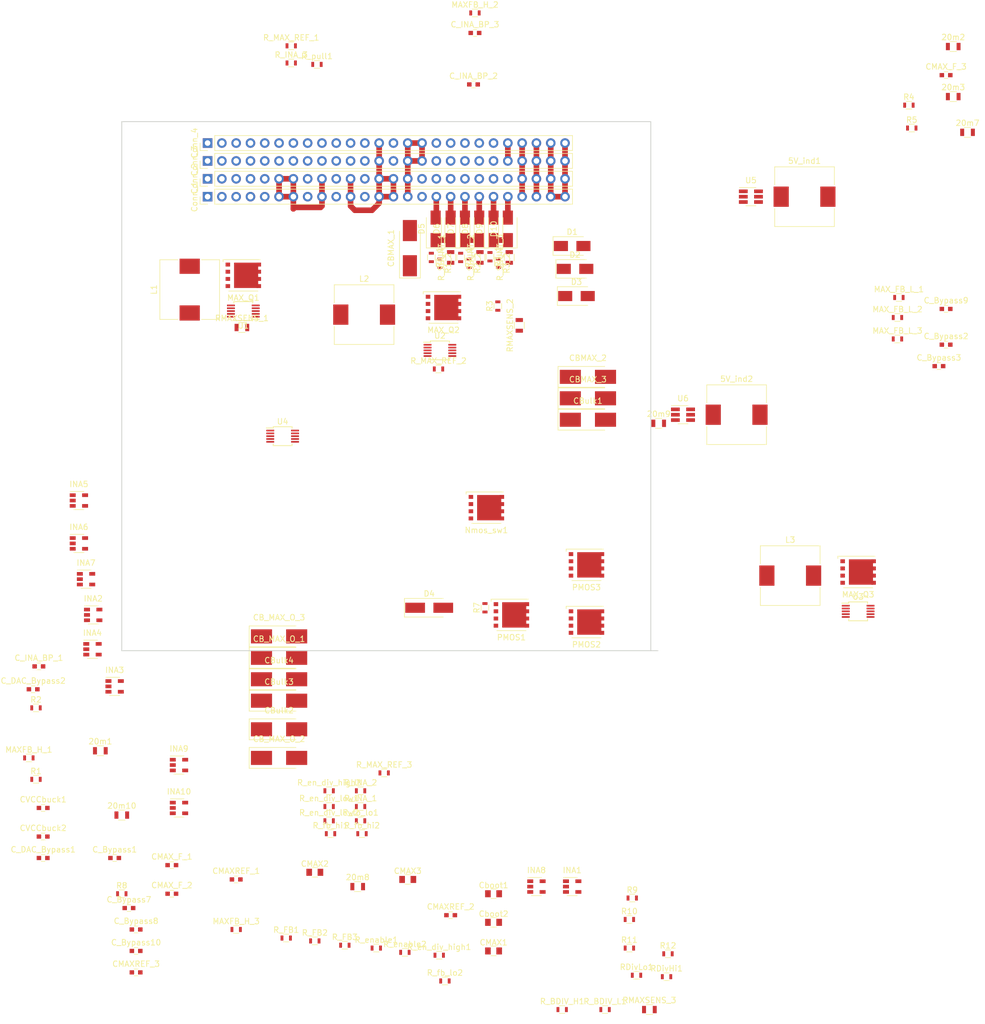
<source format=kicad_pcb>
(kicad_pcb (version 4) (host pcbnew 4.0.7)
  (layers (0 F.Cu signal) (31 B.Cu signal) (34 B.Paste user) (35 F.Paste user) (36 B.SilkS user) (37 F.SilkS user) (38 B.Mask user) (39 F.Mask user) (44 Edge.Cuts user))
  (net 0 "")
  (net 1 "Net-(5V_ind1-Pad1)")
  (net 2 /OUTPUT/5VBuck/5V_OUT)
  (net 3 "Net-(5V_ind2-Pad1)")
  (net 4 /Input/Output_1)
  (net 5 /Input/InaOutput/I_in_1)
  (net 6 /Input/InaOutput/I_in_2)
  (net 7 /Input/InaOutput/I_in_3)
  (net 8 /5V_1)
  (net 9 /5V_2)
  (net 10 /Batt_V_1)
  (net 11 /OUTPUT/POWER_INPUT)
  (net 12 /Batt_V_2)
  (net 13 /Input/Boost_Converters/I_in_1)
  (net 14 GND)
  (net 15 /Input/Boost_Converters/I_in_2)
  (net 16 /Input/Boost_Converters/I_in_3)
  (net 17 "Net-(Cboot1-Pad1)")
  (net 18 "Net-(Cboot2-Pad1)")
  (net 19 "Net-(CMAX1-Pad1)")
  (net 20 "Net-(CMAX2-Pad1)")
  (net 21 "Net-(CMAX3-Pad1)")
  (net 22 "Net-(CMAXREF_1-Pad1)")
  (net 23 "Net-(CMAXREF_2-Pad1)")
  (net 24 "Net-(CMAXREF_3-Pad1)")
  (net 25 /Input/Boost_Converters/MAX668/FB)
  (net 26 /3V3)
  (net 27 /B+)
  (net 28 "Net-(D4-Pad2)")
  (net 29 /A_1_I)
  (net 30 /A_2_I)
  (net 31 /A_3_I)
  (net 32 /A_3_O)
  (net 33 /Input/InaOutput/INA_out/Ina_Analog)
  (net 34 /A_1_O)
  (net 35 /Curr_5V_1)
  (net 36 /Curr_5V_2)
  (net 37 /Curr_Vbat_1)
  (net 38 /Curr_Vbat_2)
  (net 39 "Net-(D1-Pad2)")
  (net 40 "Net-(D2-Pad2)")
  (net 41 "Net-(D3-Pad2)")
  (net 42 "Net-(MAX_Q1-Pad1)")
  (net 43 "Net-(MAX_Q1-Pad3)")
  (net 44 "Net-(MAX_Q2-Pad1)")
  (net 45 "Net-(MAX_Q2-Pad3)")
  (net 46 "Net-(MAX_Q3-Pad1)")
  (net 47 "Net-(MAX_Q3-Pad3)")
  (net 48 /MCU_POWER_SW)
  (net 49 "Net-(Nmos_sw1-Pad2)")
  (net 50 "Net-(Nmos_sw1-Pad3)")
  (net 51 /RBF1)
  (net 52 "Net-(PMOS2-Pad3)")
  (net 53 /Input/SDA)
  (net 54 /V1)
  (net 55 /Input/SCL)
  (net 56 /V2)
  (net 57 /V3)
  (net 58 /RBF2)
  (net 59 /Batt_voltage_divided)
  (net 60 "Net-(R_en_div_high1-Pad2)")
  (net 61 /En_5V_1)
  (net 62 "Net-(R_en_div_high2-Pad2)")
  (net 63 /En_5V_2)
  (net 64 /Input/DAC/Dac_1)
  (net 65 /Input/DAC/Dac_2)
  (net 66 /Input/DAC/Dac_3)
  (net 67 "Net-(R_fb_hi1-Pad2)")
  (net 68 "Net-(R_fb_hi2-Pad2)")
  (net 69 "Net-(R_MAX_REF_1-Pad1)")
  (net 70 "Net-(R_MAX_REF_2-Pad1)")
  (net 71 "Net-(R_MAX_REF_3-Pad1)")
  (net 72 /Input/LDAC)
  (net 73 "Net-(U4-Pad5)")
  (net 74 "Net-(U4-Pad9)")
  (net 75 "Net-(Conn_1-Pad4)")
  (net 76 "Net-(Conn_1-Pad5)")
  (net 77 "Net-(Conn_1-Pad16)")
  (net 78 "Net-(Conn_3-Pad1)")
  (net 79 "Net-(Conn_3-Pad2)")
  (net 80 "Net-(Conn_3-Pad5)")
  (net 81 "Net-(Conn_3-Pad6)")
  (net 82 "Net-(Conn_3-Pad7)")
  (net 83 "Net-(Conn_3-Pad10)")
  (net 84 "Net-(Conn_3-Pad12)")
  (net 85 "Net-(Conn_3-Pad14)")
  (net 86 "Net-(Conn_3-Pad17)")
  (net 87 "Net-(Conn_3-Pad18)")
  (net 88 "Net-(Conn_3-Pad19)")
  (net 89 "Net-(Conn_3-Pad20)")
  (net 90 "Net-(Conn_3-Pad21)")
  (net 91 "Net-(Conn_2-Pad4)")
  (net 92 "Net-(Conn_2-Pad5)")
  (net 93 "Net-(Conn_2-Pad16)")
  (net 94 "Net-(Conn_2-Pad22)")
  (net 95 "Net-(Conn_4-Pad1)")
  (net 96 "Net-(Conn_4-Pad2)")
  (net 97 "Net-(Conn_4-Pad5)")
  (net 98 "Net-(Conn_4-Pad6)")
  (net 99 "Net-(Conn_4-Pad7)")
  (net 100 "Net-(Conn_4-Pad10)")
  (net 101 "Net-(Conn_4-Pad12)")
  (net 102 "Net-(Conn_4-Pad14)")
  (net 103 "Net-(Conn_4-Pad17)")
  (net 104 "Net-(Conn_4-Pad18)")
  (net 105 "Net-(Conn_4-Pad19)")
  (net 106 "Net-(Conn_4-Pad20)")
  (net 107 "Net-(Conn_1-Pad17)")
  (net 108 "Net-(Conn_1-Pad18)")
  (net 109 "Net-(Conn_1-Pad19)")
  (net 110 "Net-(Conn_1-Pad20)")
  (net 111 "Net-(Conn_1-Pad21)")
  (net 112 "Net-(Conn_1-Pad22)")
  (net 113 /Connectors/CAN_1_L)
  (net 114 /Connectors/CAN_1_H)
  (net 115 /Connectors/5V_1)
  (net 116 /Connectors/5V_2)
  (net 117 /Connectors/Batt_V_1)
  (net 118 /Connectors/Batt_V_2)
  (net 119 /Connectors/CAN_2_L)
  (net 120 /Connectors/CAN_2_H)
  (net 121 /Connectors/DSW_1)
  (net 122 /Connectors/DSW_3)
  (net 123 /Connectors/RBF_DEPL)
  (net 124 /Connectors/Batt_TEMP1)
  (net 125 /Connectors/DSW_2)
  (net 126 /Connectors/RBF_POWER)
  (net 127 X+)
  (net 128 Y+)
  (net 129 Z+)
  (module Inductors_SMD:L_10.4x10.4_H4.8 (layer F.Cu) (at 173.355 48.895)
    (fp_text reference 5V_ind1 (at 0 -6.35) (layer F.SilkS))
    (fp_text value 10u)
    (pad 1 smd rect (at -4.15 0) (size 2.7 3.6) (layers F.Cu F.Paste F.Mask) (net 1 "Net-(5V_ind1-Pad1)"))
    (pad 2 smd rect (at 4.15 0) (size 2.7 3.6) (layers F.Cu F.Paste F.Mask) (net 2 /OUTPUT/5VBuck/5V_OUT))
  )
  (module Inductors_SMD:L_10.4x10.4_H4.8 (layer F.Cu) (at 161.29 87.63)
    (fp_text reference 5V_ind2 (at 0 -6.35) (layer F.SilkS))
    (fp_text value 10u)
    (pad 1 smd rect (at -4.15 0) (size 2.7 3.6) (layers F.Cu F.Paste F.Mask) (net 3 "Net-(5V_ind2-Pad1)"))
    (pad 2 smd rect (at 4.15 0) (size 2.7 3.6) (layers F.Cu F.Paste F.Mask) (net 2 /OUTPUT/5VBuck/5V_OUT))
  )
  (module Resistors_SMD:R_0805 (layer F.Cu) (at 48.26 147.32)
    (fp_text reference 20m1 (at 0 -1.65) (layer F.SilkS))
    (fp_text value R_Shunt)
    (pad 1 smd rect (at -0.95 0) (size 0.7 1.3) (layers F.Cu F.Paste F.Mask) (net 4 /Input/Output_1))
    (pad 2 smd rect (at 0.95 0) (size 0.7 1.3) (layers F.Cu F.Paste F.Mask) (net 5 /Input/InaOutput/I_in_1))
  )
  (module Resistors_SMD:R_0805 (layer F.Cu) (at 199.771 22.225)
    (fp_text reference 20m2 (at 0 -1.65) (layer F.SilkS))
    (fp_text value R_Shunt)
    (pad 1 smd rect (at -0.95 0) (size 0.7 1.3) (layers F.Cu F.Paste F.Mask) (net 4 /Input/Output_1))
    (pad 2 smd rect (at 0.95 0) (size 0.7 1.3) (layers F.Cu F.Paste F.Mask) (net 6 /Input/InaOutput/I_in_2))
  )
  (module Resistors_SMD:R_0805 (layer F.Cu) (at 199.771 31.115)
    (fp_text reference 20m3 (at 0 -1.65) (layer F.SilkS))
    (fp_text value R_Shunt)
    (pad 1 smd rect (at -0.95 0) (size 0.7 1.3) (layers F.Cu F.Paste F.Mask) (net 4 /Input/Output_1))
    (pad 2 smd rect (at 0.95 0) (size 0.7 1.3) (layers F.Cu F.Paste F.Mask) (net 7 /Input/InaOutput/I_in_3))
  )
  (module Resistors_SMD:R_0805 (layer F.Cu) (at 202.311 37.465)
    (fp_text reference 20m7 (at 0 -1.65) (layer F.SilkS))
    (fp_text value R_Shunt)
    (pad 1 smd rect (at -0.95 0) (size 0.7 1.3) (layers F.Cu F.Paste F.Mask) (net 8 /5V_1))
    (pad 2 smd rect (at 0.95 0) (size 0.7 1.3) (layers F.Cu F.Paste F.Mask) (net 2 /OUTPUT/5VBuck/5V_OUT))
  )
  (module Resistors_SMD:R_0805 (layer F.Cu) (at 93.98 171.45)
    (fp_text reference 20m8 (at 0 -1.65) (layer F.SilkS))
    (fp_text value R_Shunt)
    (pad 1 smd rect (at -0.95 0) (size 0.7 1.3) (layers F.Cu F.Paste F.Mask) (net 9 /5V_2))
    (pad 2 smd rect (at 0.95 0) (size 0.7 1.3) (layers F.Cu F.Paste F.Mask) (net 2 /OUTPUT/5VBuck/5V_OUT))
  )
  (module Resistors_SMD:R_0805 (layer F.Cu) (at 147.447 89.154)
    (fp_text reference 20m9 (at 0 -1.65) (layer F.SilkS))
    (fp_text value R_Shunt)
    (pad 1 smd rect (at -0.95 0) (size 0.7 1.3) (layers F.Cu F.Paste F.Mask) (net 10 /Batt_V_1))
    (pad 2 smd rect (at 0.95 0) (size 0.7 1.3) (layers F.Cu F.Paste F.Mask) (net 11 /OUTPUT/POWER_INPUT))
  )
  (module Resistors_SMD:R_0805 (layer F.Cu) (at 52.07 158.75)
    (fp_text reference 20m10 (at 0 -1.65) (layer F.SilkS))
    (fp_text value R_Shunt)
    (pad 1 smd rect (at -0.95 0) (size 0.7 1.3) (layers F.Cu F.Paste F.Mask) (net 12 /Batt_V_2))
    (pad 2 smd rect (at 0.95 0) (size 0.7 1.3) (layers F.Cu F.Paste F.Mask) (net 11 /OUTPUT/POWER_INPUT))
  )
  (module Capacitors_Tantalum_SMD:CP_Tantalum_Case-C_EIA-6032-28_Hand (layer F.Cu) (at 103.251 58.039 90)
    (fp_text reference CBMAX_1 (at 0 -3.35 90) (layer F.SilkS))
    (fp_text value 68uF)
    (pad 1 smd rect (at -3.125 0 90) (size 3.75 2.5) (layers F.Cu F.Paste F.Mask) (net 13 /Input/Boost_Converters/I_in_1))
    (pad 2 smd rect (at 3.125 0 90) (size 3.75 2.5) (layers F.Cu F.Paste F.Mask) (net 14 GND))
  )
  (module Capacitors_Tantalum_SMD:CP_Tantalum_Case-C_EIA-6032-28_Hand (layer F.Cu) (at 134.874 80.899)
    (fp_text reference CBMAX_2 (at 0 -3.35) (layer F.SilkS))
    (fp_text value 68uF)
    (pad 1 smd rect (at -3.125 0) (size 3.75 2.5) (layers F.Cu F.Paste F.Mask) (net 15 /Input/Boost_Converters/I_in_2))
    (pad 2 smd rect (at 3.125 0) (size 3.75 2.5) (layers F.Cu F.Paste F.Mask) (net 14 GND))
  )
  (module Capacitors_Tantalum_SMD:CP_Tantalum_Case-C_EIA-6032-28_Hand (layer F.Cu) (at 134.874 84.709)
    (fp_text reference CBMAX_3 (at 0 -3.35) (layer F.SilkS))
    (fp_text value 68uF)
    (pad 1 smd rect (at -3.125 0) (size 3.75 2.5) (layers F.Cu F.Paste F.Mask) (net 16 /Input/Boost_Converters/I_in_3))
    (pad 2 smd rect (at 3.125 0) (size 3.75 2.5) (layers F.Cu F.Paste F.Mask) (net 14 GND))
  )
  (module Capacitors_SMD:C_0805 (layer F.Cu) (at 118.11 172.72)
    (fp_text reference Cboot1 (at 0 -1.5) (layer F.SilkS))
    (fp_text value .1uF)
    (pad 1 smd rect (at -1 0) (size 1 1.25) (layers F.Cu F.Paste F.Mask) (net 17 "Net-(Cboot1-Pad1)"))
    (pad 2 smd rect (at 1 0) (size 1 1.25) (layers F.Cu F.Paste F.Mask) (net 1 "Net-(5V_ind1-Pad1)"))
  )
  (module Capacitors_SMD:C_0805 (layer F.Cu) (at 118.11 177.8)
    (fp_text reference Cboot2 (at 0 -1.5) (layer F.SilkS))
    (fp_text value .1uF)
    (pad 1 smd rect (at -1 0) (size 1 1.25) (layers F.Cu F.Paste F.Mask) (net 18 "Net-(Cboot2-Pad1)"))
    (pad 2 smd rect (at 1 0) (size 1 1.25) (layers F.Cu F.Paste F.Mask) (net 3 "Net-(5V_ind2-Pad1)"))
  )
  (module Capacitors_Tantalum_SMD:CP_Tantalum_Case-C_EIA-6032-28_Hand (layer F.Cu) (at 134.874 88.519)
    (fp_text reference CBulk1 (at 0 -3.35) (layer F.SilkS))
    (fp_text value C)
    (pad 1 smd rect (at -3.125 0) (size 3.75 2.5) (layers F.Cu F.Paste F.Mask) (net 2 /OUTPUT/5VBuck/5V_OUT))
    (pad 2 smd rect (at 3.125 0) (size 3.75 2.5) (layers F.Cu F.Paste F.Mask) (net 14 GND))
  )
  (module Capacitors_Tantalum_SMD:CP_Tantalum_Case-C_EIA-6032-28_Hand (layer F.Cu) (at 80.01 143.51)
    (fp_text reference CBulk2 (at 0 -3.35) (layer F.SilkS))
    (fp_text value C)
    (pad 1 smd rect (at -3.125 0) (size 3.75 2.5) (layers F.Cu F.Paste F.Mask) (net 2 /OUTPUT/5VBuck/5V_OUT))
    (pad 2 smd rect (at 3.125 0) (size 3.75 2.5) (layers F.Cu F.Paste F.Mask) (net 14 GND))
  )
  (module Capacitors_Tantalum_SMD:CP_Tantalum_Case-C_EIA-6032-28_Hand (layer F.Cu) (at 80.01 138.43)
    (fp_text reference CBulk3 (at 0 -3.35) (layer F.SilkS))
    (fp_text value C)
    (pad 1 smd rect (at -3.125 0) (size 3.75 2.5) (layers F.Cu F.Paste F.Mask) (net 2 /OUTPUT/5VBuck/5V_OUT))
    (pad 2 smd rect (at 3.125 0) (size 3.75 2.5) (layers F.Cu F.Paste F.Mask) (net 14 GND))
  )
  (module Capacitors_Tantalum_SMD:CP_Tantalum_Case-C_EIA-6032-28_Hand (layer F.Cu) (at 80.01 134.62)
    (fp_text reference CBulk4 (at 0 -3.35) (layer F.SilkS))
    (fp_text value C)
    (pad 1 smd rect (at -3.125 0) (size 3.75 2.5) (layers F.Cu F.Paste F.Mask) (net 2 /OUTPUT/5VBuck/5V_OUT))
    (pad 2 smd rect (at 3.125 0) (size 3.75 2.5) (layers F.Cu F.Paste F.Mask) (net 14 GND))
  )
  (module Capacitors_Tantalum_SMD:CP_Tantalum_Case-C_EIA-6032-28_Hand (layer F.Cu) (at 80.01 130.81)
    (fp_text reference CB_MAX_O_1 (at 0 -3.35) (layer F.SilkS))
    (fp_text value 68uF)
    (pad 1 smd rect (at -3.125 0) (size 3.75 2.5) (layers F.Cu F.Paste F.Mask) (net 5 /Input/InaOutput/I_in_1))
    (pad 2 smd rect (at 3.125 0) (size 3.75 2.5) (layers F.Cu F.Paste F.Mask) (net 14 GND))
  )
  (module Capacitors_Tantalum_SMD:CP_Tantalum_Case-C_EIA-6032-28_Hand (layer F.Cu) (at 80.01 148.59)
    (fp_text reference CB_MAX_O_2 (at 0 -3.35) (layer F.SilkS))
    (fp_text value 68uF)
    (pad 1 smd rect (at -3.125 0) (size 3.75 2.5) (layers F.Cu F.Paste F.Mask) (net 6 /Input/InaOutput/I_in_2))
    (pad 2 smd rect (at 3.125 0) (size 3.75 2.5) (layers F.Cu F.Paste F.Mask) (net 14 GND))
  )
  (module Capacitors_Tantalum_SMD:CP_Tantalum_Case-C_EIA-6032-28_Hand (layer F.Cu) (at 80.01 127)
    (fp_text reference CB_MAX_O_3 (at 0 -3.35) (layer F.SilkS))
    (fp_text value 68uF)
    (pad 1 smd rect (at -3.125 0) (size 3.75 2.5) (layers F.Cu F.Paste F.Mask) (net 7 /Input/InaOutput/I_in_3))
    (pad 2 smd rect (at 3.125 0) (size 3.75 2.5) (layers F.Cu F.Paste F.Mask) (net 14 GND))
  )
  (module Capacitors_SMD:C_0805 (layer F.Cu) (at 118.11 182.88)
    (fp_text reference CMAX1 (at 0 -1.5) (layer F.SilkS))
    (fp_text value 1uF)
    (pad 1 smd rect (at -1 0) (size 1 1.25) (layers F.Cu F.Paste F.Mask) (net 19 "Net-(CMAX1-Pad1)"))
    (pad 2 smd rect (at 1 0) (size 1 1.25) (layers F.Cu F.Paste F.Mask) (net 14 GND))
  )
  (module Capacitors_SMD:C_0805 (layer F.Cu) (at 86.36 168.91)
    (fp_text reference CMAX2 (at 0 -1.5) (layer F.SilkS))
    (fp_text value 1uF)
    (pad 1 smd rect (at -1 0) (size 1 1.25) (layers F.Cu F.Paste F.Mask) (net 20 "Net-(CMAX2-Pad1)"))
    (pad 2 smd rect (at 1 0) (size 1 1.25) (layers F.Cu F.Paste F.Mask) (net 14 GND))
  )
  (module Capacitors_SMD:C_0805 (layer F.Cu) (at 102.87 170.18)
    (fp_text reference CMAX3 (at 0 -1.5) (layer F.SilkS))
    (fp_text value 1uF)
    (pad 1 smd rect (at -1 0) (size 1 1.25) (layers F.Cu F.Paste F.Mask) (net 21 "Net-(CMAX3-Pad1)"))
    (pad 2 smd rect (at 1 0) (size 1 1.25) (layers F.Cu F.Paste F.Mask) (net 14 GND))
  )
  (module Capacitors_SMD:C_0603 (layer F.Cu) (at 72.39 170.18)
    (fp_text reference CMAXREF_1 (at 0 -1.5) (layer F.SilkS))
    (fp_text value .22uF)
    (pad 2 smd rect (at 0.75 0) (size 0.8 0.75) (layers F.Cu F.Paste F.Mask) (net 14 GND))
    (pad 1 smd rect (at -0.75 0) (size 0.8 0.75) (layers F.Cu F.Paste F.Mask) (net 22 "Net-(CMAXREF_1-Pad1)"))
  )
  (module Capacitors_SMD:C_0603 (layer F.Cu) (at 110.49 176.53)
    (fp_text reference CMAXREF_2 (at 0 -1.5) (layer F.SilkS))
    (fp_text value .22uF)
    (pad 2 smd rect (at 0.75 0) (size 0.8 0.75) (layers F.Cu F.Paste F.Mask) (net 14 GND))
    (pad 1 smd rect (at -0.75 0) (size 0.8 0.75) (layers F.Cu F.Paste F.Mask) (net 23 "Net-(CMAXREF_2-Pad1)"))
  )
  (module Capacitors_SMD:C_0603 (layer F.Cu) (at 54.61 186.69)
    (fp_text reference CMAXREF_3 (at 0 -1.5) (layer F.SilkS))
    (fp_text value .22uF)
    (pad 2 smd rect (at 0.75 0) (size 0.8 0.75) (layers F.Cu F.Paste F.Mask) (net 14 GND))
    (pad 1 smd rect (at -0.75 0) (size 0.8 0.75) (layers F.Cu F.Paste F.Mask) (net 24 "Net-(CMAXREF_3-Pad1)"))
  )
  (module Capacitors_SMD:C_0603 (layer F.Cu) (at 60.96 167.64)
    (fp_text reference CMAX_F_1 (at 0 -1.5) (layer F.SilkS))
    (fp_text value 220pF)
    (pad 2 smd rect (at 0.75 0) (size 0.8 0.75) (layers F.Cu F.Paste F.Mask) (net 14 GND))
    (pad 1 smd rect (at -0.75 0) (size 0.8 0.75) (layers F.Cu F.Paste F.Mask) (net 25 /Input/Boost_Converters/MAX668/FB))
  )
  (module Capacitors_SMD:C_0603 (layer F.Cu) (at 60.96 172.72)
    (fp_text reference CMAX_F_2 (at 0 -1.5) (layer F.SilkS))
    (fp_text value 220pF)
    (pad 2 smd rect (at 0.75 0) (size 0.8 0.75) (layers F.Cu F.Paste F.Mask) (net 14 GND))
    (pad 1 smd rect (at -0.75 0) (size 0.8 0.75) (layers F.Cu F.Paste F.Mask) (net 25 /Input/Boost_Converters/MAX668/FB))
  )
  (module Capacitors_SMD:C_0603 (layer F.Cu) (at 198.501 27.305)
    (fp_text reference CMAX_F_3 (at 0 -1.5) (layer F.SilkS))
    (fp_text value 220pF)
    (pad 2 smd rect (at 0.75 0) (size 0.8 0.75) (layers F.Cu F.Paste F.Mask) (net 14 GND))
    (pad 1 smd rect (at -0.75 0) (size 0.8 0.75) (layers F.Cu F.Paste F.Mask) (net 25 /Input/Boost_Converters/MAX668/FB))
  )
  (module Capacitors_SMD:C_0603 (layer F.Cu) (at 38.1 157.48)
    (fp_text reference CVCCbuck1 (at 0 -1.5) (layer F.SilkS))
    (fp_text value 10u)
    (pad 2 smd rect (at 0.75 0) (size 0.8 0.75) (layers F.Cu F.Paste F.Mask) (net 14 GND))
    (pad 1 smd rect (at -0.75 0) (size 0.8 0.75) (layers F.Cu F.Paste F.Mask) (net 11 /OUTPUT/POWER_INPUT))
  )
  (module Capacitors_SMD:C_0603 (layer F.Cu) (at 38.1 162.56)
    (fp_text reference CVCCbuck2 (at 0 -1.5) (layer F.SilkS))
    (fp_text value 10u)
    (pad 2 smd rect (at 0.75 0) (size 0.8 0.75) (layers F.Cu F.Paste F.Mask) (net 14 GND))
    (pad 1 smd rect (at -0.75 0) (size 0.8 0.75) (layers F.Cu F.Paste F.Mask) (net 11 /OUTPUT/POWER_INPUT))
  )
  (module Capacitors_SMD:C_0603 (layer F.Cu) (at 50.8 166.37)
    (fp_text reference C_Bypass1 (at 0 -1.5) (layer F.SilkS))
    (fp_text value .1u)
    (pad 2 smd rect (at 0.75 0) (size 0.8 0.75) (layers F.Cu F.Paste F.Mask) (net 14 GND))
    (pad 1 smd rect (at -0.75 0) (size 0.8 0.75) (layers F.Cu F.Paste F.Mask) (net 26 /3V3))
  )
  (module Capacitors_SMD:C_0603 (layer F.Cu) (at 198.501 75.184)
    (fp_text reference C_Bypass2 (at 0 -1.5) (layer F.SilkS))
    (fp_text value .1u)
    (pad 2 smd rect (at 0.75 0) (size 0.8 0.75) (layers F.Cu F.Paste F.Mask) (net 14 GND))
    (pad 1 smd rect (at -0.75 0) (size 0.8 0.75) (layers F.Cu F.Paste F.Mask) (net 26 /3V3))
  )
  (module Capacitors_SMD:C_0603 (layer F.Cu) (at 197.231 78.994)
    (fp_text reference C_Bypass3 (at 0 -1.5) (layer F.SilkS))
    (fp_text value .1u)
    (pad 2 smd rect (at 0.75 0) (size 0.8 0.75) (layers F.Cu F.Paste F.Mask) (net 14 GND))
    (pad 1 smd rect (at -0.75 0) (size 0.8 0.75) (layers F.Cu F.Paste F.Mask) (net 26 /3V3))
  )
  (module Capacitors_SMD:C_0603 (layer F.Cu) (at 53.34 175.26)
    (fp_text reference C_Bypass7 (at 0 -1.5) (layer F.SilkS))
    (fp_text value .1u)
    (pad 2 smd rect (at 0.75 0) (size 0.8 0.75) (layers F.Cu F.Paste F.Mask) (net 14 GND))
    (pad 1 smd rect (at -0.75 0) (size 0.8 0.75) (layers F.Cu F.Paste F.Mask) (net 26 /3V3))
  )
  (module Capacitors_SMD:C_0603 (layer F.Cu) (at 54.61 179.07)
    (fp_text reference C_Bypass8 (at 0 -1.5) (layer F.SilkS))
    (fp_text value .1u)
    (pad 2 smd rect (at 0.75 0) (size 0.8 0.75) (layers F.Cu F.Paste F.Mask) (net 14 GND))
    (pad 1 smd rect (at -0.75 0) (size 0.8 0.75) (layers F.Cu F.Paste F.Mask) (net 26 /3V3))
  )
  (module Capacitors_SMD:C_0603 (layer F.Cu) (at 198.501 68.834)
    (fp_text reference C_Bypass9 (at 0 -1.5) (layer F.SilkS))
    (fp_text value .1u)
    (pad 2 smd rect (at 0.75 0) (size 0.8 0.75) (layers F.Cu F.Paste F.Mask) (net 14 GND))
    (pad 1 smd rect (at -0.75 0) (size 0.8 0.75) (layers F.Cu F.Paste F.Mask) (net 26 /3V3))
  )
  (module Capacitors_SMD:C_0603 (layer F.Cu) (at 54.61 182.88)
    (fp_text reference C_Bypass10 (at 0 -1.5) (layer F.SilkS))
    (fp_text value .1u)
    (pad 2 smd rect (at 0.75 0) (size 0.8 0.75) (layers F.Cu F.Paste F.Mask) (net 14 GND))
    (pad 1 smd rect (at -0.75 0) (size 0.8 0.75) (layers F.Cu F.Paste F.Mask) (net 26 /3V3))
  )
  (module Capacitors_SMD:C_0603 (layer F.Cu) (at 38.1 166.37)
    (fp_text reference C_DAC_Bypass1 (at 0 -1.5) (layer F.SilkS))
    (fp_text value C)
    (pad 2 smd rect (at 0.75 0) (size 0.8 0.75) (layers F.Cu F.Paste F.Mask) (net 14 GND))
    (pad 1 smd rect (at -0.75 0) (size 0.8 0.75) (layers F.Cu F.Paste F.Mask) (net 26 /3V3))
  )
  (module Capacitors_SMD:C_0603 (layer F.Cu) (at 36.322 136.398)
    (fp_text reference C_DAC_Bypass2 (at 0 -1.5) (layer F.SilkS))
    (fp_text value C)
    (pad 2 smd rect (at 0.75 0) (size 0.8 0.75) (layers F.Cu F.Paste F.Mask) (net 14 GND))
    (pad 1 smd rect (at -0.75 0) (size 0.8 0.75) (layers F.Cu F.Paste F.Mask) (net 26 /3V3))
  )
  (module Capacitors_SMD:C_0603 (layer F.Cu) (at 37.338 132.334)
    (fp_text reference C_INA_BP_1 (at 0 -1.5) (layer F.SilkS))
    (fp_text value .1u)
    (pad 2 smd rect (at 0.75 0) (size 0.8 0.75) (layers F.Cu F.Paste F.Mask) (net 14 GND))
    (pad 1 smd rect (at -0.75 0) (size 0.8 0.75) (layers F.Cu F.Paste F.Mask) (net 26 /3V3))
  )
  (module Capacitors_SMD:C_0603 (layer F.Cu) (at 114.554 28.956)
    (fp_text reference C_INA_BP_2 (at 0 -1.5) (layer F.SilkS))
    (fp_text value .1u)
    (pad 2 smd rect (at 0.75 0) (size 0.8 0.75) (layers F.Cu F.Paste F.Mask) (net 14 GND))
    (pad 1 smd rect (at -0.75 0) (size 0.8 0.75) (layers F.Cu F.Paste F.Mask) (net 26 /3V3))
  )
  (module Capacitors_SMD:C_0603 (layer F.Cu) (at 114.808 19.812)
    (fp_text reference C_INA_BP_3 (at 0 -1.5) (layer F.SilkS))
    (fp_text value .1u)
    (pad 2 smd rect (at 0.75 0) (size 0.8 0.75) (layers F.Cu F.Paste F.Mask) (net 14 GND))
    (pad 1 smd rect (at -0.75 0) (size 0.8 0.75) (layers F.Cu F.Paste F.Mask) (net 26 /3V3))
  )
  (module Diodes_SMD:D_SMA_Handsoldering (layer F.Cu) (at 106.68 121.92)
    (fp_text reference D4 (at 0 -2.5) (layer F.SilkS))
    (fp_text value D)
    (pad 1 smd rect (at -2.5 0) (size 3.5 1.8) (layers F.Cu F.Paste F.Mask) (net 27 /B+))
    (pad 2 smd rect (at 2.5 0) (size 3.5 1.8) (layers F.Cu F.Paste F.Mask) (net 28 "Net-(D4-Pad2)"))
  )
  (module TO_SOT_Packages_SMD:SOT-23-5 (layer F.Cu) (at 132.08 171.45)
    (fp_text reference INA1 (at 0 -2.9) (layer F.SilkS))
    (fp_text value INA139)
    (pad 1 smd rect (at -1.1 -0.95) (size 1.06 0.65) (layers F.Cu F.Paste F.Mask) (net 29 /A_1_I))
    (pad 2 smd rect (at -1.1 0) (size 1.06 0.65) (layers F.Cu F.Paste F.Mask) (net 14 GND))
    (pad 3 smd rect (at -1.1 0.95) (size 1.06 0.65) (layers F.Cu F.Paste F.Mask) (net 127 X+))
    (pad 4 smd rect (at 1.1 0.95) (size 1.06 0.65) (layers F.Cu F.Paste F.Mask) (net 13 /Input/Boost_Converters/I_in_1))
    (pad 5 smd rect (at 1.1 -0.95) (size 1.06 0.65) (layers F.Cu F.Paste F.Mask) (net 26 /3V3))
  )
  (module TO_SOT_Packages_SMD:SOT-23-5 (layer F.Cu) (at 46.99 123.19)
    (fp_text reference INA2 (at 0 -2.9) (layer F.SilkS))
    (fp_text value INA139)
    (pad 1 smd rect (at -1.1 -0.95) (size 1.06 0.65) (layers F.Cu F.Paste F.Mask) (net 30 /A_2_I))
    (pad 2 smd rect (at -1.1 0) (size 1.06 0.65) (layers F.Cu F.Paste F.Mask) (net 14 GND))
    (pad 3 smd rect (at -1.1 0.95) (size 1.06 0.65) (layers F.Cu F.Paste F.Mask) (net 128 Y+))
    (pad 4 smd rect (at 1.1 0.95) (size 1.06 0.65) (layers F.Cu F.Paste F.Mask) (net 15 /Input/Boost_Converters/I_in_2))
    (pad 5 smd rect (at 1.1 -0.95) (size 1.06 0.65) (layers F.Cu F.Paste F.Mask) (net 26 /3V3))
  )
  (module TO_SOT_Packages_SMD:SOT-23-5 (layer F.Cu) (at 50.8 135.89)
    (fp_text reference INA3 (at 0 -2.9) (layer F.SilkS))
    (fp_text value INA139)
    (pad 1 smd rect (at -1.1 -0.95) (size 1.06 0.65) (layers F.Cu F.Paste F.Mask) (net 31 /A_3_I))
    (pad 2 smd rect (at -1.1 0) (size 1.06 0.65) (layers F.Cu F.Paste F.Mask) (net 14 GND))
    (pad 3 smd rect (at -1.1 0.95) (size 1.06 0.65) (layers F.Cu F.Paste F.Mask) (net 129 Z+))
    (pad 4 smd rect (at 1.1 0.95) (size 1.06 0.65) (layers F.Cu F.Paste F.Mask) (net 16 /Input/Boost_Converters/I_in_3))
    (pad 5 smd rect (at 1.1 -0.95) (size 1.06 0.65) (layers F.Cu F.Paste F.Mask) (net 26 /3V3))
  )
  (module TO_SOT_Packages_SMD:SOT-23-5 (layer F.Cu) (at 46.863 129.286)
    (fp_text reference INA4 (at 0 -2.9) (layer F.SilkS))
    (fp_text value INA139)
    (pad 1 smd rect (at -1.1 -0.95) (size 1.06 0.65) (layers F.Cu F.Paste F.Mask) (net 32 /A_3_O))
    (pad 2 smd rect (at -1.1 0) (size 1.06 0.65) (layers F.Cu F.Paste F.Mask) (net 14 GND))
    (pad 3 smd rect (at -1.1 0.95) (size 1.06 0.65) (layers F.Cu F.Paste F.Mask) (net 5 /Input/InaOutput/I_in_1))
    (pad 4 smd rect (at 1.1 0.95) (size 1.06 0.65) (layers F.Cu F.Paste F.Mask) (net 4 /Input/Output_1))
    (pad 5 smd rect (at 1.1 -0.95) (size 1.06 0.65) (layers F.Cu F.Paste F.Mask) (net 26 /3V3))
  )
  (module TO_SOT_Packages_SMD:SOT-23-5 (layer F.Cu) (at 44.45 102.87)
    (fp_text reference INA5 (at 0 -2.9) (layer F.SilkS))
    (fp_text value INA139)
    (pad 1 smd rect (at -1.1 -0.95) (size 1.06 0.65) (layers F.Cu F.Paste F.Mask) (net 33 /Input/InaOutput/INA_out/Ina_Analog))
    (pad 2 smd rect (at -1.1 0) (size 1.06 0.65) (layers F.Cu F.Paste F.Mask) (net 14 GND))
    (pad 3 smd rect (at -1.1 0.95) (size 1.06 0.65) (layers F.Cu F.Paste F.Mask) (net 6 /Input/InaOutput/I_in_2))
    (pad 4 smd rect (at 1.1 0.95) (size 1.06 0.65) (layers F.Cu F.Paste F.Mask) (net 4 /Input/Output_1))
    (pad 5 smd rect (at 1.1 -0.95) (size 1.06 0.65) (layers F.Cu F.Paste F.Mask) (net 26 /3V3))
  )
  (module TO_SOT_Packages_SMD:SOT-23-5 (layer F.Cu) (at 44.45 110.49)
    (fp_text reference INA6 (at 0 -2.9) (layer F.SilkS))
    (fp_text value INA139)
    (pad 1 smd rect (at -1.1 -0.95) (size 1.06 0.65) (layers F.Cu F.Paste F.Mask) (net 34 /A_1_O))
    (pad 2 smd rect (at -1.1 0) (size 1.06 0.65) (layers F.Cu F.Paste F.Mask) (net 14 GND))
    (pad 3 smd rect (at -1.1 0.95) (size 1.06 0.65) (layers F.Cu F.Paste F.Mask) (net 7 /Input/InaOutput/I_in_3))
    (pad 4 smd rect (at 1.1 0.95) (size 1.06 0.65) (layers F.Cu F.Paste F.Mask) (net 4 /Input/Output_1))
    (pad 5 smd rect (at 1.1 -0.95) (size 1.06 0.65) (layers F.Cu F.Paste F.Mask) (net 26 /3V3))
  )
  (module TO_SOT_Packages_SMD:SOT-23-5 (layer F.Cu) (at 45.72 116.84)
    (fp_text reference INA7 (at 0 -2.9) (layer F.SilkS))
    (fp_text value INA139)
    (pad 1 smd rect (at -1.1 -0.95) (size 1.06 0.65) (layers F.Cu F.Paste F.Mask) (net 35 /Curr_5V_1))
    (pad 2 smd rect (at -1.1 0) (size 1.06 0.65) (layers F.Cu F.Paste F.Mask) (net 14 GND))
    (pad 3 smd rect (at -1.1 0.95) (size 1.06 0.65) (layers F.Cu F.Paste F.Mask) (net 2 /OUTPUT/5VBuck/5V_OUT))
    (pad 4 smd rect (at 1.1 0.95) (size 1.06 0.65) (layers F.Cu F.Paste F.Mask) (net 8 /5V_1))
    (pad 5 smd rect (at 1.1 -0.95) (size 1.06 0.65) (layers F.Cu F.Paste F.Mask) (net 26 /3V3))
  )
  (module TO_SOT_Packages_SMD:SOT-23-5 (layer F.Cu) (at 125.73 171.45)
    (fp_text reference INA8 (at 0 -2.9) (layer F.SilkS))
    (fp_text value INA139)
    (pad 1 smd rect (at -1.1 -0.95) (size 1.06 0.65) (layers F.Cu F.Paste F.Mask) (net 36 /Curr_5V_2))
    (pad 2 smd rect (at -1.1 0) (size 1.06 0.65) (layers F.Cu F.Paste F.Mask) (net 14 GND))
    (pad 3 smd rect (at -1.1 0.95) (size 1.06 0.65) (layers F.Cu F.Paste F.Mask) (net 2 /OUTPUT/5VBuck/5V_OUT))
    (pad 4 smd rect (at 1.1 0.95) (size 1.06 0.65) (layers F.Cu F.Paste F.Mask) (net 9 /5V_2))
    (pad 5 smd rect (at 1.1 -0.95) (size 1.06 0.65) (layers F.Cu F.Paste F.Mask) (net 26 /3V3))
  )
  (module TO_SOT_Packages_SMD:SOT-23-5 (layer F.Cu) (at 62.23 149.86)
    (fp_text reference INA9 (at 0 -2.9) (layer F.SilkS))
    (fp_text value INA139)
    (pad 1 smd rect (at -1.1 -0.95) (size 1.06 0.65) (layers F.Cu F.Paste F.Mask) (net 37 /Curr_Vbat_1))
    (pad 2 smd rect (at -1.1 0) (size 1.06 0.65) (layers F.Cu F.Paste F.Mask) (net 14 GND))
    (pad 3 smd rect (at -1.1 0.95) (size 1.06 0.65) (layers F.Cu F.Paste F.Mask) (net 11 /OUTPUT/POWER_INPUT))
    (pad 4 smd rect (at 1.1 0.95) (size 1.06 0.65) (layers F.Cu F.Paste F.Mask) (net 10 /Batt_V_1))
    (pad 5 smd rect (at 1.1 -0.95) (size 1.06 0.65) (layers F.Cu F.Paste F.Mask) (net 26 /3V3))
  )
  (module TO_SOT_Packages_SMD:SOT-23-5 (layer F.Cu) (at 62.23 157.48)
    (fp_text reference INA10 (at 0 -2.9) (layer F.SilkS))
    (fp_text value INA139)
    (pad 1 smd rect (at -1.1 -0.95) (size 1.06 0.65) (layers F.Cu F.Paste F.Mask) (net 38 /Curr_Vbat_2))
    (pad 2 smd rect (at -1.1 0) (size 1.06 0.65) (layers F.Cu F.Paste F.Mask) (net 14 GND))
    (pad 3 smd rect (at -1.1 0.95) (size 1.06 0.65) (layers F.Cu F.Paste F.Mask) (net 11 /OUTPUT/POWER_INPUT))
    (pad 4 smd rect (at 1.1 0.95) (size 1.06 0.65) (layers F.Cu F.Paste F.Mask) (net 12 /Batt_V_2))
    (pad 5 smd rect (at 1.1 -0.95) (size 1.06 0.65) (layers F.Cu F.Paste F.Mask) (net 26 /3V3))
  )
  (module Inductors_SMD:L_10.4x10.4_H4.8 (layer F.Cu) (at 64.135 65.405 90)
    (fp_text reference L1 (at 0 -6.35 90) (layer F.SilkS))
    (fp_text value L_Small)
    (pad 1 smd rect (at -4.15 0 90) (size 2.7 3.6) (layers F.Cu F.Paste F.Mask) (net 13 /Input/Boost_Converters/I_in_1))
    (pad 2 smd rect (at 4.15 0 90) (size 2.7 3.6) (layers F.Cu F.Paste F.Mask) (net 39 "Net-(D1-Pad2)"))
  )
  (module Inductors_SMD:L_10.4x10.4_H4.8 (layer F.Cu) (at 95.123 69.85)
    (fp_text reference L2 (at 0 -6.35) (layer F.SilkS))
    (fp_text value L_Small)
    (pad 1 smd rect (at -4.15 0) (size 2.7 3.6) (layers F.Cu F.Paste F.Mask) (net 15 /Input/Boost_Converters/I_in_2))
    (pad 2 smd rect (at 4.15 0) (size 2.7 3.6) (layers F.Cu F.Paste F.Mask) (net 40 "Net-(D2-Pad2)"))
  )
  (module Inductors_SMD:L_10.4x10.4_H4.8 (layer F.Cu) (at 170.815 116.205)
    (fp_text reference L3 (at 0 -6.35) (layer F.SilkS))
    (fp_text value L_Small)
    (pad 1 smd rect (at -4.15 0) (size 2.7 3.6) (layers F.Cu F.Paste F.Mask) (net 16 /Input/Boost_Converters/I_in_3))
    (pad 2 smd rect (at 4.15 0) (size 2.7 3.6) (layers F.Cu F.Paste F.Mask) (net 41 "Net-(D3-Pad2)"))
  )
  (module Resistors_SMD:R_0603 (layer F.Cu) (at 35.56 148.59)
    (fp_text reference MAXFB_H_1 (at 0 -1.45) (layer F.SilkS))
    (fp_text value 100k)
    (pad 1 smd rect (at -0.75 0) (size 0.5 0.9) (layers F.Cu F.Paste F.Mask) (net 5 /Input/InaOutput/I_in_1))
    (pad 2 smd rect (at 0.75 0) (size 0.5 0.9) (layers F.Cu F.Paste F.Mask) (net 25 /Input/Boost_Converters/MAX668/FB))
  )
  (module Resistors_SMD:R_0603 (layer F.Cu) (at 114.808 16.256)
    (fp_text reference MAXFB_H_2 (at 0 -1.45) (layer F.SilkS))
    (fp_text value 100k)
    (pad 1 smd rect (at -0.75 0) (size 0.5 0.9) (layers F.Cu F.Paste F.Mask) (net 6 /Input/InaOutput/I_in_2))
    (pad 2 smd rect (at 0.75 0) (size 0.5 0.9) (layers F.Cu F.Paste F.Mask) (net 25 /Input/Boost_Converters/MAX668/FB))
  )
  (module Resistors_SMD:R_0603 (layer F.Cu) (at 72.39 179.07)
    (fp_text reference MAXFB_H_3 (at 0 -1.45) (layer F.SilkS))
    (fp_text value 100k)
    (pad 1 smd rect (at -0.75 0) (size 0.5 0.9) (layers F.Cu F.Paste F.Mask) (net 7 /Input/InaOutput/I_in_3))
    (pad 2 smd rect (at 0.75 0) (size 0.5 0.9) (layers F.Cu F.Paste F.Mask) (net 25 /Input/Boost_Converters/MAX668/FB))
  )
  (module Resistors_SMD:R_0603 (layer F.Cu) (at 190.119 66.802)
    (fp_text reference MAX_FB_L_1 (at 0 -1.45) (layer F.SilkS))
    (fp_text value 22k)
    (pad 1 smd rect (at -0.75 0) (size 0.5 0.9) (layers F.Cu F.Paste F.Mask) (net 25 /Input/Boost_Converters/MAX668/FB))
    (pad 2 smd rect (at 0.75 0) (size 0.5 0.9) (layers F.Cu F.Paste F.Mask) (net 14 GND))
  )
  (module Resistors_SMD:R_0603 (layer F.Cu) (at 189.865 70.358)
    (fp_text reference MAX_FB_L_2 (at 0 -1.45) (layer F.SilkS))
    (fp_text value 22k)
    (pad 1 smd rect (at -0.75 0) (size 0.5 0.9) (layers F.Cu F.Paste F.Mask) (net 25 /Input/Boost_Converters/MAX668/FB))
    (pad 2 smd rect (at 0.75 0) (size 0.5 0.9) (layers F.Cu F.Paste F.Mask) (net 14 GND))
  )
  (module Resistors_SMD:R_0603 (layer F.Cu) (at 189.865 74.168)
    (fp_text reference MAX_FB_L_3 (at 0 -1.45) (layer F.SilkS))
    (fp_text value 22k)
    (pad 1 smd rect (at -0.75 0) (size 0.5 0.9) (layers F.Cu F.Paste F.Mask) (net 25 /Input/Boost_Converters/MAX668/FB))
    (pad 2 smd rect (at 0.75 0) (size 0.5 0.9) (layers F.Cu F.Paste F.Mask) (net 14 GND))
  )
  (module TO_SOT_Packages_SMD:TDSON-8-1 (layer F.Cu) (at 73.66 62.865)
    (fp_text reference MAX_Q1 (at 0 4) (layer F.SilkS))
    (fp_text value Q_NMOS_GDS)
    (pad 1 smd rect (at -2.75 -1.91 270) (size 0.7 0.8) (layers F.Cu F.Paste F.Mask) (net 42 "Net-(MAX_Q1-Pad1)"))
    (pad 2 smd rect (at -2.75 -0.64 270) (size 0.7 0.8) (layers F.Cu F.Paste F.Mask) (net 39 "Net-(D1-Pad2)"))
    (pad 3 smd rect (at -2.75 0.64 270) (size 0.7 0.8) (layers F.Cu F.Paste F.Mask) (net 43 "Net-(MAX_Q1-Pad3)"))
    (pad 4 smd rect (at -2.75 1.91 270) (size 0.7 0.8) (layers F.Cu F.Paste F.Mask))
    (pad 5 smd rect (at 2.75 1.91 270) (size 0.7 0.8) (layers F.Cu F.Paste F.Mask))
    (pad 5 smd rect (at 2.75 0.64 270) (size 0.7 0.8) (layers F.Cu F.Paste F.Mask))
    (pad 5 smd rect (at 2.75 -0.64 270) (size 0.7 0.8) (layers F.Cu F.Paste F.Mask))
    (pad 5 smd rect (at 2.75 -1.91 270) (size 0.7 0.8) (layers F.Cu F.Paste F.Mask))
    (pad 5 smd rect (at 0.5 0 270) (size 4.5 4.29) (layers F.Cu F.Paste F.Mask))
    (pad 5 smd rect (at 1.25 -1.09 270) (size 1.55 1.6) (layers F.Cu F.Paste F.Mask))
    (pad 5 smd rect (at 1.25 1.09 270) (size 1.55 1.6) (layers F.Cu F.Paste F.Mask))
    (pad 5 smd rect (at -0.75 -1.09 270) (size 1.55 1.2) (layers F.Cu F.Paste F.Mask))
    (pad 5 smd rect (at -0.75 1.09 270) (size 1.55 1.2) (layers F.Cu F.Paste F.Mask))
  )
  (module TO_SOT_Packages_SMD:TDSON-8-1 (layer F.Cu) (at 109.22 68.58)
    (fp_text reference MAX_Q2 (at 0 4) (layer F.SilkS))
    (fp_text value Q_NMOS_GDS)
    (pad 1 smd rect (at -2.75 -1.91 270) (size 0.7 0.8) (layers F.Cu F.Paste F.Mask) (net 44 "Net-(MAX_Q2-Pad1)"))
    (pad 2 smd rect (at -2.75 -0.64 270) (size 0.7 0.8) (layers F.Cu F.Paste F.Mask) (net 40 "Net-(D2-Pad2)"))
    (pad 3 smd rect (at -2.75 0.64 270) (size 0.7 0.8) (layers F.Cu F.Paste F.Mask) (net 45 "Net-(MAX_Q2-Pad3)"))
    (pad 4 smd rect (at -2.75 1.91 270) (size 0.7 0.8) (layers F.Cu F.Paste F.Mask))
    (pad 5 smd rect (at 2.75 1.91 270) (size 0.7 0.8) (layers F.Cu F.Paste F.Mask))
    (pad 5 smd rect (at 2.75 0.64 270) (size 0.7 0.8) (layers F.Cu F.Paste F.Mask))
    (pad 5 smd rect (at 2.75 -0.64 270) (size 0.7 0.8) (layers F.Cu F.Paste F.Mask))
    (pad 5 smd rect (at 2.75 -1.91 270) (size 0.7 0.8) (layers F.Cu F.Paste F.Mask))
    (pad 5 smd rect (at 0.5 0 270) (size 4.5 4.29) (layers F.Cu F.Paste F.Mask))
    (pad 5 smd rect (at 1.25 -1.09 270) (size 1.55 1.6) (layers F.Cu F.Paste F.Mask))
    (pad 5 smd rect (at 1.25 1.09 270) (size 1.55 1.6) (layers F.Cu F.Paste F.Mask))
    (pad 5 smd rect (at -0.75 -1.09 270) (size 1.55 1.2) (layers F.Cu F.Paste F.Mask))
    (pad 5 smd rect (at -0.75 1.09 270) (size 1.55 1.2) (layers F.Cu F.Paste F.Mask))
  )
  (module TO_SOT_Packages_SMD:TDSON-8-1 (layer F.Cu) (at 182.88 115.57)
    (fp_text reference MAX_Q3 (at 0 4) (layer F.SilkS))
    (fp_text value Q_NMOS_GDS)
    (pad 1 smd rect (at -2.75 -1.91 270) (size 0.7 0.8) (layers F.Cu F.Paste F.Mask) (net 46 "Net-(MAX_Q3-Pad1)"))
    (pad 2 smd rect (at -2.75 -0.64 270) (size 0.7 0.8) (layers F.Cu F.Paste F.Mask) (net 41 "Net-(D3-Pad2)"))
    (pad 3 smd rect (at -2.75 0.64 270) (size 0.7 0.8) (layers F.Cu F.Paste F.Mask) (net 47 "Net-(MAX_Q3-Pad3)"))
    (pad 4 smd rect (at -2.75 1.91 270) (size 0.7 0.8) (layers F.Cu F.Paste F.Mask))
    (pad 5 smd rect (at 2.75 1.91 270) (size 0.7 0.8) (layers F.Cu F.Paste F.Mask))
    (pad 5 smd rect (at 2.75 0.64 270) (size 0.7 0.8) (layers F.Cu F.Paste F.Mask))
    (pad 5 smd rect (at 2.75 -0.64 270) (size 0.7 0.8) (layers F.Cu F.Paste F.Mask))
    (pad 5 smd rect (at 2.75 -1.91 270) (size 0.7 0.8) (layers F.Cu F.Paste F.Mask))
    (pad 5 smd rect (at 0.5 0 270) (size 4.5 4.29) (layers F.Cu F.Paste F.Mask))
    (pad 5 smd rect (at 1.25 -1.09 270) (size 1.55 1.6) (layers F.Cu F.Paste F.Mask))
    (pad 5 smd rect (at 1.25 1.09 270) (size 1.55 1.6) (layers F.Cu F.Paste F.Mask))
    (pad 5 smd rect (at -0.75 -1.09 270) (size 1.55 1.2) (layers F.Cu F.Paste F.Mask))
    (pad 5 smd rect (at -0.75 1.09 270) (size 1.55 1.2) (layers F.Cu F.Paste F.Mask))
  )
  (module TO_SOT_Packages_SMD:TDSON-8-1 (layer F.Cu) (at 116.84 104.14)
    (fp_text reference Nmos_sw1 (at 0 4) (layer F.SilkS))
    (fp_text value "Logic level Nch mosfet")
    (pad 1 smd rect (at -2.75 -1.91 270) (size 0.7 0.8) (layers F.Cu F.Paste F.Mask) (net 48 /MCU_POWER_SW))
    (pad 2 smd rect (at -2.75 -0.64 270) (size 0.7 0.8) (layers F.Cu F.Paste F.Mask) (net 49 "Net-(Nmos_sw1-Pad2)"))
    (pad 3 smd rect (at -2.75 0.64 270) (size 0.7 0.8) (layers F.Cu F.Paste F.Mask) (net 50 "Net-(Nmos_sw1-Pad3)"))
    (pad 4 smd rect (at -2.75 1.91 270) (size 0.7 0.8) (layers F.Cu F.Paste F.Mask))
    (pad 5 smd rect (at 2.75 1.91 270) (size 0.7 0.8) (layers F.Cu F.Paste F.Mask))
    (pad 5 smd rect (at 2.75 0.64 270) (size 0.7 0.8) (layers F.Cu F.Paste F.Mask))
    (pad 5 smd rect (at 2.75 -0.64 270) (size 0.7 0.8) (layers F.Cu F.Paste F.Mask))
    (pad 5 smd rect (at 2.75 -1.91 270) (size 0.7 0.8) (layers F.Cu F.Paste F.Mask))
    (pad 5 smd rect (at 0.5 0 270) (size 4.5 4.29) (layers F.Cu F.Paste F.Mask))
    (pad 5 smd rect (at 1.25 -1.09 270) (size 1.55 1.6) (layers F.Cu F.Paste F.Mask))
    (pad 5 smd rect (at 1.25 1.09 270) (size 1.55 1.6) (layers F.Cu F.Paste F.Mask))
    (pad 5 smd rect (at -0.75 -1.09 270) (size 1.55 1.2) (layers F.Cu F.Paste F.Mask))
    (pad 5 smd rect (at -0.75 1.09 270) (size 1.55 1.2) (layers F.Cu F.Paste F.Mask))
  )
  (module TO_SOT_Packages_SMD:TDSON-8-1 (layer F.Cu) (at 121.285 123.19)
    (fp_text reference PMOS1 (at 0 4) (layer F.SilkS))
    (fp_text value "PCH GDS")
    (pad 1 smd rect (at -2.75 -1.91 270) (size 0.7 0.8) (layers F.Cu F.Paste F.Mask) (net 51 /RBF1))
    (pad 2 smd rect (at -2.75 -0.64 270) (size 0.7 0.8) (layers F.Cu F.Paste F.Mask) (net 4 /Input/Output_1))
    (pad 3 smd rect (at -2.75 0.64 270) (size 0.7 0.8) (layers F.Cu F.Paste F.Mask) (net 28 "Net-(D4-Pad2)"))
    (pad 4 smd rect (at -2.75 1.91 270) (size 0.7 0.8) (layers F.Cu F.Paste F.Mask))
    (pad 5 smd rect (at 2.75 1.91 270) (size 0.7 0.8) (layers F.Cu F.Paste F.Mask))
    (pad 5 smd rect (at 2.75 0.64 270) (size 0.7 0.8) (layers F.Cu F.Paste F.Mask))
    (pad 5 smd rect (at 2.75 -0.64 270) (size 0.7 0.8) (layers F.Cu F.Paste F.Mask))
    (pad 5 smd rect (at 2.75 -1.91 270) (size 0.7 0.8) (layers F.Cu F.Paste F.Mask))
    (pad 5 smd rect (at 0.5 0 270) (size 4.5 4.29) (layers F.Cu F.Paste F.Mask))
    (pad 5 smd rect (at 1.25 -1.09 270) (size 1.55 1.6) (layers F.Cu F.Paste F.Mask))
    (pad 5 smd rect (at 1.25 1.09 270) (size 1.55 1.6) (layers F.Cu F.Paste F.Mask))
    (pad 5 smd rect (at -0.75 -1.09 270) (size 1.55 1.2) (layers F.Cu F.Paste F.Mask))
    (pad 5 smd rect (at -0.75 1.09 270) (size 1.55 1.2) (layers F.Cu F.Paste F.Mask))
  )
  (module TO_SOT_Packages_SMD:TDSON-8-1 (layer F.Cu) (at 134.62 124.46)
    (fp_text reference PMOS2 (at 0 4) (layer F.SilkS))
    (fp_text value "Pch GDS")
    (pad 1 smd rect (at -2.75 -1.91 270) (size 0.7 0.8) (layers F.Cu F.Paste F.Mask) (net 50 "Net-(Nmos_sw1-Pad3)"))
    (pad 2 smd rect (at -2.75 -0.64 270) (size 0.7 0.8) (layers F.Cu F.Paste F.Mask) (net 27 /B+))
    (pad 3 smd rect (at -2.75 0.64 270) (size 0.7 0.8) (layers F.Cu F.Paste F.Mask) (net 52 "Net-(PMOS2-Pad3)"))
    (pad 4 smd rect (at -2.75 1.91 270) (size 0.7 0.8) (layers F.Cu F.Paste F.Mask))
    (pad 5 smd rect (at 2.75 1.91 270) (size 0.7 0.8) (layers F.Cu F.Paste F.Mask))
    (pad 5 smd rect (at 2.75 0.64 270) (size 0.7 0.8) (layers F.Cu F.Paste F.Mask))
    (pad 5 smd rect (at 2.75 -0.64 270) (size 0.7 0.8) (layers F.Cu F.Paste F.Mask))
    (pad 5 smd rect (at 2.75 -1.91 270) (size 0.7 0.8) (layers F.Cu F.Paste F.Mask))
    (pad 5 smd rect (at 0.5 0 270) (size 4.5 4.29) (layers F.Cu F.Paste F.Mask))
    (pad 5 smd rect (at 1.25 -1.09 270) (size 1.55 1.6) (layers F.Cu F.Paste F.Mask))
    (pad 5 smd rect (at 1.25 1.09 270) (size 1.55 1.6) (layers F.Cu F.Paste F.Mask))
    (pad 5 smd rect (at -0.75 -1.09 270) (size 1.55 1.2) (layers F.Cu F.Paste F.Mask))
    (pad 5 smd rect (at -0.75 1.09 270) (size 1.55 1.2) (layers F.Cu F.Paste F.Mask))
  )
  (module TO_SOT_Packages_SMD:TDSON-8-1 (layer F.Cu) (at 134.62 114.3)
    (fp_text reference PMOS3 (at 0 4) (layer F.SilkS))
    (fp_text value "Pch GDS")
    (pad 1 smd rect (at -2.75 -1.91 270) (size 0.7 0.8) (layers F.Cu F.Paste F.Mask) (net 50 "Net-(Nmos_sw1-Pad3)"))
    (pad 2 smd rect (at -2.75 -0.64 270) (size 0.7 0.8) (layers F.Cu F.Paste F.Mask) (net 52 "Net-(PMOS2-Pad3)"))
    (pad 3 smd rect (at -2.75 0.64 270) (size 0.7 0.8) (layers F.Cu F.Paste F.Mask) (net 11 /OUTPUT/POWER_INPUT))
    (pad 4 smd rect (at -2.75 1.91 270) (size 0.7 0.8) (layers F.Cu F.Paste F.Mask))
    (pad 5 smd rect (at 2.75 1.91 270) (size 0.7 0.8) (layers F.Cu F.Paste F.Mask))
    (pad 5 smd rect (at 2.75 0.64 270) (size 0.7 0.8) (layers F.Cu F.Paste F.Mask))
    (pad 5 smd rect (at 2.75 -0.64 270) (size 0.7 0.8) (layers F.Cu F.Paste F.Mask))
    (pad 5 smd rect (at 2.75 -1.91 270) (size 0.7 0.8) (layers F.Cu F.Paste F.Mask))
    (pad 5 smd rect (at 0.5 0 270) (size 4.5 4.29) (layers F.Cu F.Paste F.Mask))
    (pad 5 smd rect (at 1.25 -1.09 270) (size 1.55 1.6) (layers F.Cu F.Paste F.Mask))
    (pad 5 smd rect (at 1.25 1.09 270) (size 1.55 1.6) (layers F.Cu F.Paste F.Mask))
    (pad 5 smd rect (at -0.75 -1.09 270) (size 1.55 1.2) (layers F.Cu F.Paste F.Mask))
    (pad 5 smd rect (at -0.75 1.09 270) (size 1.55 1.2) (layers F.Cu F.Paste F.Mask))
  )
  (module Resistors_SMD:R_0603 (layer F.Cu) (at 36.83 152.4)
    (fp_text reference R1 (at 0 -1.45) (layer F.SilkS))
    (fp_text value 10k)
    (pad 1 smd rect (at -0.75 0) (size 0.5 0.9) (layers F.Cu F.Paste F.Mask) (net 53 /Input/SDA))
    (pad 2 smd rect (at 0.75 0) (size 0.5 0.9) (layers F.Cu F.Paste F.Mask) (net 26 /3V3))
  )
  (module Resistors_SMD:R_0603 (layer F.Cu) (at 107.061 59.69 270)
    (fp_text reference R1_1 (at 0 -1.45 270) (layer F.SilkS))
    (fp_text value 100k)
    (pad 1 smd rect (at -0.75 0 270) (size 0.5 0.9) (layers F.Cu F.Paste F.Mask) (net 127 X+))
    (pad 2 smd rect (at 0.75 0 270) (size 0.5 0.9) (layers F.Cu F.Paste F.Mask) (net 54 /V1))
  )
  (module Resistors_SMD:R_0603 (layer F.Cu) (at 108.585 60.706 270)
    (fp_text reference R1_2 (at 0 -1.45 270) (layer F.SilkS))
    (fp_text value 200k)
    (pad 1 smd rect (at -0.75 0 270) (size 0.5 0.9) (layers F.Cu F.Paste F.Mask) (net 54 /V1))
    (pad 2 smd rect (at 0.75 0 270) (size 0.5 0.9) (layers F.Cu F.Paste F.Mask) (net 14 GND))
  )
  (module Resistors_SMD:R_0603 (layer F.Cu) (at 36.83 139.7)
    (fp_text reference R2 (at 0 -1.45) (layer F.SilkS))
    (fp_text value 10k)
    (pad 1 smd rect (at -0.75 0) (size 0.5 0.9) (layers F.Cu F.Paste F.Mask) (net 55 /Input/SCL))
    (pad 2 smd rect (at 0.75 0) (size 0.5 0.9) (layers F.Cu F.Paste F.Mask) (net 26 /3V3))
  )
  (module Resistors_SMD:R_0603 (layer F.Cu) (at 112.268 59.69 270)
    (fp_text reference R2_1 (at 0 -1.45 270) (layer F.SilkS))
    (fp_text value 100k)
    (pad 1 smd rect (at -0.75 0 270) (size 0.5 0.9) (layers F.Cu F.Paste F.Mask) (net 128 Y+))
    (pad 2 smd rect (at 0.75 0 270) (size 0.5 0.9) (layers F.Cu F.Paste F.Mask) (net 56 /V2))
  )
  (module Resistors_SMD:R_0603 (layer F.Cu) (at 113.792 60.706 270)
    (fp_text reference R2_2 (at 0 -1.45 270) (layer F.SilkS))
    (fp_text value 200k)
    (pad 1 smd rect (at -0.75 0 270) (size 0.5 0.9) (layers F.Cu F.Paste F.Mask) (net 56 /V2))
    (pad 2 smd rect (at 0.75 0 270) (size 0.5 0.9) (layers F.Cu F.Paste F.Mask) (net 14 GND))
  )
  (module Resistors_SMD:R_0603 (layer F.Cu) (at 118.872 68.326 90)
    (fp_text reference R3 (at 0 -1.45 90) (layer F.SilkS))
    (fp_text value 100k)
    (pad 1 smd rect (at -0.75 0 90) (size 0.5 0.9) (layers F.Cu F.Paste F.Mask) (net 32 /A_3_O))
    (pad 2 smd rect (at 0.75 0 90) (size 0.5 0.9) (layers F.Cu F.Paste F.Mask) (net 14 GND))
  )
  (module Resistors_SMD:R_0603 (layer F.Cu) (at 117.475 59.563 270)
    (fp_text reference R3_1 (at 0 -1.45 270) (layer F.SilkS))
    (fp_text value 100k)
    (pad 1 smd rect (at -0.75 0 270) (size 0.5 0.9) (layers F.Cu F.Paste F.Mask) (net 129 Z+))
    (pad 2 smd rect (at 0.75 0 270) (size 0.5 0.9) (layers F.Cu F.Paste F.Mask) (net 57 /V3))
  )
  (module Resistors_SMD:R_0603 (layer F.Cu) (at 118.999 60.706 270)
    (fp_text reference R3_2 (at 0 -1.45 270) (layer F.SilkS))
    (fp_text value 200k)
    (pad 1 smd rect (at -0.75 0 270) (size 0.5 0.9) (layers F.Cu F.Paste F.Mask) (net 57 /V3))
    (pad 2 smd rect (at 0.75 0 270) (size 0.5 0.9) (layers F.Cu F.Paste F.Mask) (net 14 GND))
  )
  (module Resistors_SMD:R_0603 (layer F.Cu) (at 191.897 32.639)
    (fp_text reference R4 (at 0 -1.45) (layer F.SilkS))
    (fp_text value 100k)
    (pad 1 smd rect (at -0.75 0) (size 0.5 0.9) (layers F.Cu F.Paste F.Mask) (net 33 /Input/InaOutput/INA_out/Ina_Analog))
    (pad 2 smd rect (at 0.75 0) (size 0.5 0.9) (layers F.Cu F.Paste F.Mask) (net 14 GND))
  )
  (module Resistors_SMD:R_0603 (layer F.Cu) (at 192.405 36.703)
    (fp_text reference R5 (at 0 -1.45) (layer F.SilkS))
    (fp_text value 100k)
    (pad 1 smd rect (at -0.75 0) (size 0.5 0.9) (layers F.Cu F.Paste F.Mask) (net 34 /A_1_O))
    (pad 2 smd rect (at 0.75 0) (size 0.5 0.9) (layers F.Cu F.Paste F.Mask) (net 14 GND))
  )
  (module Resistors_SMD:R_0603 (layer F.Cu) (at 116.586 121.92 90)
    (fp_text reference R7 (at 0 -1.45 90) (layer F.SilkS))
    (fp_text value R)
    (pad 1 smd rect (at -0.75 0 90) (size 0.5 0.9) (layers F.Cu F.Paste F.Mask) (net 4 /Input/Output_1))
    (pad 2 smd rect (at 0.75 0 90) (size 0.5 0.9) (layers F.Cu F.Paste F.Mask) (net 51 /RBF1))
  )
  (module Resistors_SMD:R_0603 (layer F.Cu) (at 52.07 172.72)
    (fp_text reference R8 (at 0 -1.45) (layer F.SilkS))
    (fp_text value R)
    (pad 1 smd rect (at -0.75 0) (size 0.5 0.9) (layers F.Cu F.Paste F.Mask) (net 49 "Net-(Nmos_sw1-Pad2)"))
    (pad 2 smd rect (at 0.75 0) (size 0.5 0.9) (layers F.Cu F.Paste F.Mask) (net 58 /RBF2))
  )
  (module Resistors_SMD:R_0603 (layer F.Cu) (at 142.748 173.482)
    (fp_text reference R9 (at 0 -1.45) (layer F.SilkS))
    (fp_text value 100k)
    (pad 1 smd rect (at -0.75 0) (size 0.5 0.9) (layers F.Cu F.Paste F.Mask) (net 35 /Curr_5V_1))
    (pad 2 smd rect (at 0.75 0) (size 0.5 0.9) (layers F.Cu F.Paste F.Mask) (net 14 GND))
  )
  (module Resistors_SMD:R_0603 (layer F.Cu) (at 142.24 177.292)
    (fp_text reference R10 (at 0 -1.45) (layer F.SilkS))
    (fp_text value 100k)
    (pad 1 smd rect (at -0.75 0) (size 0.5 0.9) (layers F.Cu F.Paste F.Mask) (net 36 /Curr_5V_2))
    (pad 2 smd rect (at 0.75 0) (size 0.5 0.9) (layers F.Cu F.Paste F.Mask) (net 14 GND))
  )
  (module Resistors_SMD:R_0603 (layer F.Cu) (at 142.24 182.372)
    (fp_text reference R11 (at 0 -1.45) (layer F.SilkS))
    (fp_text value 100k)
    (pad 1 smd rect (at -0.75 0) (size 0.5 0.9) (layers F.Cu F.Paste F.Mask) (net 37 /Curr_Vbat_1))
    (pad 2 smd rect (at 0.75 0) (size 0.5 0.9) (layers F.Cu F.Paste F.Mask) (net 14 GND))
  )
  (module Resistors_SMD:R_0603 (layer F.Cu) (at 149.098 183.388)
    (fp_text reference R12 (at 0 -1.45) (layer F.SilkS))
    (fp_text value 100k)
    (pad 1 smd rect (at -0.75 0) (size 0.5 0.9) (layers F.Cu F.Paste F.Mask) (net 38 /Curr_Vbat_2))
    (pad 2 smd rect (at 0.75 0) (size 0.5 0.9) (layers F.Cu F.Paste F.Mask) (net 14 GND))
  )
  (module Resistors_SMD:R_0603 (layer F.Cu) (at 148.844 187.452)
    (fp_text reference RDivHi1 (at 0 -1.45) (layer F.SilkS))
    (fp_text value R)
    (pad 1 smd rect (at -0.75 0) (size 0.5 0.9) (layers F.Cu F.Paste F.Mask) (net 48 /MCU_POWER_SW))
    (pad 2 smd rect (at 0.75 0) (size 0.5 0.9) (layers F.Cu F.Paste F.Mask) (net 27 /B+))
  )
  (module Resistors_SMD:R_0603 (layer F.Cu) (at 143.51 187.198)
    (fp_text reference RDivLo1 (at 0 -1.45) (layer F.SilkS))
    (fp_text value R)
    (pad 1 smd rect (at -0.75 0) (size 0.5 0.9) (layers F.Cu F.Paste F.Mask) (net 14 GND))
    (pad 2 smd rect (at 0.75 0) (size 0.5 0.9) (layers F.Cu F.Paste F.Mask) (net 48 /MCU_POWER_SW))
  )
  (module Resistors_SMD:R_0805 (layer F.Cu) (at 73.406 72.136)
    (fp_text reference RMAXSENS_1 (at 0 -1.65) (layer F.SilkS))
    (fp_text value 0.02)
    (pad 1 smd rect (at -0.95 0) (size 0.7 1.3) (layers F.Cu F.Paste F.Mask) (net 43 "Net-(MAX_Q1-Pad3)"))
    (pad 2 smd rect (at 0.95 0) (size 0.7 1.3) (layers F.Cu F.Paste F.Mask) (net 14 GND))
  )
  (module Resistors_SMD:R_0805 (layer F.Cu) (at 122.682 71.755 90)
    (fp_text reference RMAXSENS_2 (at 0 -1.65 90) (layer F.SilkS))
    (fp_text value 0.02)
    (pad 1 smd rect (at -0.95 0 90) (size 0.7 1.3) (layers F.Cu F.Paste F.Mask) (net 45 "Net-(MAX_Q2-Pad3)"))
    (pad 2 smd rect (at 0.95 0 90) (size 0.7 1.3) (layers F.Cu F.Paste F.Mask) (net 14 GND))
  )
  (module Resistors_SMD:R_0805 (layer F.Cu) (at 145.796 193.294)
    (fp_text reference RMAXSENS_3 (at 0 -1.65) (layer F.SilkS))
    (fp_text value 0.02)
    (pad 1 smd rect (at -0.95 0) (size 0.7 1.3) (layers F.Cu F.Paste F.Mask) (net 47 "Net-(MAX_Q3-Pad3)"))
    (pad 2 smd rect (at 0.95 0) (size 0.7 1.3) (layers F.Cu F.Paste F.Mask) (net 14 GND))
  )
  (module Resistors_SMD:R_0603 (layer F.Cu) (at 130.302 193.294)
    (fp_text reference R_BDIV_H1 (at 0 -1.45) (layer F.SilkS))
    (fp_text value 220k)
    (pad 1 smd rect (at -0.75 0) (size 0.5 0.9) (layers F.Cu F.Paste F.Mask) (net 4 /Input/Output_1))
    (pad 2 smd rect (at 0.75 0) (size 0.5 0.9) (layers F.Cu F.Paste F.Mask) (net 59 /Batt_voltage_divided))
  )
  (module Resistors_SMD:R_0603 (layer F.Cu) (at 137.922 193.294)
    (fp_text reference R_BDIV_L1 (at 0 -1.45) (layer F.SilkS))
    (fp_text value 100k)
    (pad 1 smd rect (at -0.75 0) (size 0.5 0.9) (layers F.Cu F.Paste F.Mask) (net 59 /Batt_voltage_divided))
    (pad 2 smd rect (at 0.75 0) (size 0.5 0.9) (layers F.Cu F.Paste F.Mask) (net 14 GND))
  )
  (module Resistors_SMD:R_0603 (layer F.Cu) (at 97.282 182.372)
    (fp_text reference R_enable1 (at 0 -1.45) (layer F.SilkS))
    (fp_text value R)
    (pad 1 smd rect (at -0.75 0) (size 0.5 0.9) (layers F.Cu F.Paste F.Mask) (net 60 "Net-(R_en_div_high1-Pad2)"))
    (pad 2 smd rect (at 0.75 0) (size 0.5 0.9) (layers F.Cu F.Paste F.Mask) (net 61 /En_5V_1))
  )
  (module Resistors_SMD:R_0603 (layer F.Cu) (at 102.362 183.134)
    (fp_text reference R_enable2 (at 0 -1.45) (layer F.SilkS))
    (fp_text value R)
    (pad 1 smd rect (at -0.75 0) (size 0.5 0.9) (layers F.Cu F.Paste F.Mask) (net 62 "Net-(R_en_div_high2-Pad2)"))
    (pad 2 smd rect (at 0.75 0) (size 0.5 0.9) (layers F.Cu F.Paste F.Mask) (net 63 /En_5V_2))
  )
  (module Resistors_SMD:R_0603 (layer F.Cu) (at 108.458 183.642)
    (fp_text reference R_en_div_high1 (at 0 -1.45) (layer F.SilkS))
    (fp_text value R)
    (pad 1 smd rect (at -0.75 0) (size 0.5 0.9) (layers F.Cu F.Paste F.Mask) (net 11 /OUTPUT/POWER_INPUT))
    (pad 2 smd rect (at 0.75 0) (size 0.5 0.9) (layers F.Cu F.Paste F.Mask) (net 60 "Net-(R_en_div_high1-Pad2)"))
  )
  (module Resistors_SMD:R_0603 (layer F.Cu) (at 88.9 154.432)
    (fp_text reference R_en_div_high2 (at 0 -1.45) (layer F.SilkS))
    (fp_text value R)
    (pad 1 smd rect (at -0.75 0) (size 0.5 0.9) (layers F.Cu F.Paste F.Mask) (net 11 /OUTPUT/POWER_INPUT))
    (pad 2 smd rect (at 0.75 0) (size 0.5 0.9) (layers F.Cu F.Paste F.Mask) (net 62 "Net-(R_en_div_high2-Pad2)"))
  )
  (module Resistors_SMD:R_0603 (layer F.Cu) (at 88.9 157.226)
    (fp_text reference R_en_div_low1 (at 0 -1.45) (layer F.SilkS))
    (fp_text value R)
    (pad 1 smd rect (at -0.75 0) (size 0.5 0.9) (layers F.Cu F.Paste F.Mask) (net 60 "Net-(R_en_div_high1-Pad2)"))
    (pad 2 smd rect (at 0.75 0) (size 0.5 0.9) (layers F.Cu F.Paste F.Mask) (net 14 GND))
  )
  (module Resistors_SMD:R_0603 (layer F.Cu) (at 88.9 159.766)
    (fp_text reference R_en_div_low2 (at 0 -1.45) (layer F.SilkS))
    (fp_text value R)
    (pad 1 smd rect (at -0.75 0) (size 0.5 0.9) (layers F.Cu F.Paste F.Mask) (net 62 "Net-(R_en_div_high2-Pad2)"))
    (pad 2 smd rect (at 0.75 0) (size 0.5 0.9) (layers F.Cu F.Paste F.Mask) (net 14 GND))
  )
  (module Resistors_SMD:R_0603 (layer F.Cu) (at 81.28 180.594)
    (fp_text reference R_FB1 (at 0 -1.45) (layer F.SilkS))
    (fp_text value 100k)
    (pad 1 smd rect (at -0.75 0) (size 0.5 0.9) (layers F.Cu F.Paste F.Mask) (net 25 /Input/Boost_Converters/MAX668/FB))
    (pad 2 smd rect (at 0.75 0) (size 0.5 0.9) (layers F.Cu F.Paste F.Mask) (net 64 /Input/DAC/Dac_1))
  )
  (module Resistors_SMD:R_0603 (layer F.Cu) (at 86.36 181.102)
    (fp_text reference R_FB2 (at 0 -1.45) (layer F.SilkS))
    (fp_text value 100k)
    (pad 1 smd rect (at -0.75 0) (size 0.5 0.9) (layers F.Cu F.Paste F.Mask) (net 25 /Input/Boost_Converters/MAX668/FB))
    (pad 2 smd rect (at 0.75 0) (size 0.5 0.9) (layers F.Cu F.Paste F.Mask) (net 65 /Input/DAC/Dac_2))
  )
  (module Resistors_SMD:R_0603 (layer F.Cu) (at 91.694 181.864)
    (fp_text reference R_FB3 (at 0 -1.45) (layer F.SilkS))
    (fp_text value 100k)
    (pad 1 smd rect (at -0.75 0) (size 0.5 0.9) (layers F.Cu F.Paste F.Mask) (net 25 /Input/Boost_Converters/MAX668/FB))
    (pad 2 smd rect (at 0.75 0) (size 0.5 0.9) (layers F.Cu F.Paste F.Mask) (net 66 /Input/DAC/Dac_3))
  )
  (module Resistors_SMD:R_0603 (layer F.Cu) (at 89.154 162.052)
    (fp_text reference R_fb_hi1 (at 0 -1.45) (layer F.SilkS))
    (fp_text value R)
    (pad 1 smd rect (at -0.75 0) (size 0.5 0.9) (layers F.Cu F.Paste F.Mask) (net 2 /OUTPUT/5VBuck/5V_OUT))
    (pad 2 smd rect (at 0.75 0) (size 0.5 0.9) (layers F.Cu F.Paste F.Mask) (net 67 "Net-(R_fb_hi1-Pad2)"))
  )
  (module Resistors_SMD:R_0603 (layer F.Cu) (at 94.742 162.052)
    (fp_text reference R_fb_hi2 (at 0 -1.45) (layer F.SilkS))
    (fp_text value R)
    (pad 1 smd rect (at -0.75 0) (size 0.5 0.9) (layers F.Cu F.Paste F.Mask) (net 2 /OUTPUT/5VBuck/5V_OUT))
    (pad 2 smd rect (at 0.75 0) (size 0.5 0.9) (layers F.Cu F.Paste F.Mask) (net 68 "Net-(R_fb_hi2-Pad2)"))
  )
  (module Resistors_SMD:R_0603 (layer F.Cu) (at 94.488 159.766)
    (fp_text reference R_fb_lo1 (at 0 -1.45) (layer F.SilkS))
    (fp_text value R)
    (pad 1 smd rect (at -0.75 0) (size 0.5 0.9) (layers F.Cu F.Paste F.Mask) (net 67 "Net-(R_fb_hi1-Pad2)"))
    (pad 2 smd rect (at 0.75 0) (size 0.5 0.9) (layers F.Cu F.Paste F.Mask) (net 14 GND))
  )
  (module Resistors_SMD:R_0603 (layer F.Cu) (at 109.474 188.214)
    (fp_text reference R_fb_lo2 (at 0 -1.45) (layer F.SilkS))
    (fp_text value R)
    (pad 1 smd rect (at -0.75 0) (size 0.5 0.9) (layers F.Cu F.Paste F.Mask) (net 68 "Net-(R_fb_hi2-Pad2)"))
    (pad 2 smd rect (at 0.75 0) (size 0.5 0.9) (layers F.Cu F.Paste F.Mask) (net 14 GND))
  )
  (module Resistors_SMD:R_0603 (layer F.Cu) (at 94.488 157.226)
    (fp_text reference R_INA_1 (at 0 -1.45) (layer F.SilkS))
    (fp_text value 100k)
    (pad 1 smd rect (at -0.75 0) (size 0.5 0.9) (layers F.Cu F.Paste F.Mask) (net 29 /A_1_I))
    (pad 2 smd rect (at 0.75 0) (size 0.5 0.9) (layers F.Cu F.Paste F.Mask) (net 14 GND))
  )
  (module Resistors_SMD:R_0603 (layer F.Cu) (at 94.488 154.432)
    (fp_text reference R_INA_2 (at 0 -1.45) (layer F.SilkS))
    (fp_text value 100k)
    (pad 1 smd rect (at -0.75 0) (size 0.5 0.9) (layers F.Cu F.Paste F.Mask) (net 30 /A_2_I))
    (pad 2 smd rect (at 0.75 0) (size 0.5 0.9) (layers F.Cu F.Paste F.Mask) (net 14 GND))
  )
  (module Resistors_SMD:R_0603 (layer F.Cu) (at 82.169 25.146)
    (fp_text reference R_INA_3 (at 0 -1.45) (layer F.SilkS))
    (fp_text value 100k)
    (pad 1 smd rect (at -0.75 0) (size 0.5 0.9) (layers F.Cu F.Paste F.Mask) (net 31 /A_3_I))
    (pad 2 smd rect (at 0.75 0) (size 0.5 0.9) (layers F.Cu F.Paste F.Mask) (net 14 GND))
  )
  (module Resistors_SMD:R_0603 (layer F.Cu) (at 82.169 22.098)
    (fp_text reference R_MAX_REF_1 (at 0 -1.45) (layer F.SilkS))
    (fp_text value 100k)
    (pad 1 smd rect (at -0.75 0) (size 0.5 0.9) (layers F.Cu F.Paste F.Mask) (net 69 "Net-(R_MAX_REF_1-Pad1)"))
    (pad 2 smd rect (at 0.75 0) (size 0.5 0.9) (layers F.Cu F.Paste F.Mask) (net 14 GND))
  )
  (module Resistors_SMD:R_0603 (layer F.Cu) (at 108.331 79.502)
    (fp_text reference R_MAX_REF_2 (at 0 -1.45) (layer F.SilkS))
    (fp_text value 100k)
    (pad 1 smd rect (at -0.75 0) (size 0.5 0.9) (layers F.Cu F.Paste F.Mask) (net 70 "Net-(R_MAX_REF_2-Pad1)"))
    (pad 2 smd rect (at 0.75 0) (size 0.5 0.9) (layers F.Cu F.Paste F.Mask) (net 14 GND))
  )
  (module Resistors_SMD:R_0603 (layer F.Cu) (at 98.679 151.257)
    (fp_text reference R_MAX_REF_3 (at 0 -1.45) (layer F.SilkS))
    (fp_text value 100k)
    (pad 1 smd rect (at -0.75 0) (size 0.5 0.9) (layers F.Cu F.Paste F.Mask) (net 71 "Net-(R_MAX_REF_3-Pad1)"))
    (pad 2 smd rect (at 0.75 0) (size 0.5 0.9) (layers F.Cu F.Paste F.Mask) (net 14 GND))
  )
  (module Resistors_SMD:R_0603 (layer F.Cu) (at 86.741 25.4)
    (fp_text reference R_pull1 (at 0 -1.45) (layer F.SilkS))
    (fp_text value R)
    (pad 1 smd rect (at -0.75 0) (size 0.5 0.9) (layers F.Cu F.Paste F.Mask) (net 50 "Net-(Nmos_sw1-Pad3)"))
    (pad 2 smd rect (at 0.75 0) (size 0.5 0.9) (layers F.Cu F.Paste F.Mask) (net 27 /B+))
  )
  (module Resistors_SMD:R_0805 (layer F.Cu) (at 110.49 59.69 90)
    (fp_text reference R_SHUNT_1 (at 0 -1.65 90) (layer F.SilkS))
    (fp_text value 20m)
    (pad 1 smd rect (at -0.95 0 90) (size 0.7 1.3) (layers F.Cu F.Paste F.Mask) (net 13 /Input/Boost_Converters/I_in_1))
    (pad 2 smd rect (at 0.95 0 90) (size 0.7 1.3) (layers F.Cu F.Paste F.Mask) (net 127 X+))
  )
  (module Resistors_SMD:R_0805 (layer F.Cu) (at 115.697 59.69 90)
    (fp_text reference R_SHUNT_2 (at 0 -1.65 90) (layer F.SilkS))
    (fp_text value 20m)
    (pad 1 smd rect (at -0.95 0 90) (size 0.7 1.3) (layers F.Cu F.Paste F.Mask) (net 15 /Input/Boost_Converters/I_in_2))
    (pad 2 smd rect (at 0.95 0 90) (size 0.7 1.3) (layers F.Cu F.Paste F.Mask) (net 128 Y+))
  )
  (module Resistors_SMD:R_0805 (layer F.Cu) (at 120.904 59.69 90)
    (fp_text reference R_SHUNT_3 (at 0 -1.65 90) (layer F.SilkS))
    (fp_text value 20m)
    (pad 1 smd rect (at -0.95 0 90) (size 0.7 1.3) (layers F.Cu F.Paste F.Mask) (net 16 /Input/Boost_Converters/I_in_3))
    (pad 2 smd rect (at 0.95 0 90) (size 0.7 1.3) (layers F.Cu F.Paste F.Mask) (net 129 Z+))
  )
  (module Housings_SSOP:MSOP-10_3x3mm_Pitch0.5mm (layer F.Cu) (at 73.66 69.215 180)
    (fp_text reference U1 (at 0 -2.6 180) (layer F.SilkS))
    (fp_text value MAX668)
    (pad 1 smd rect (at -2.2 -1 180) (size 1.4 0.3) (layers F.Cu F.Paste F.Mask) (net 19 "Net-(CMAX1-Pad1)"))
    (pad 2 smd rect (at -2.2 -0.5 180) (size 1.4 0.3) (layers F.Cu F.Paste F.Mask) (net 69 "Net-(R_MAX_REF_1-Pad1)"))
    (pad 3 smd rect (at -2.2 0 180) (size 1.4 0.3) (layers F.Cu F.Paste F.Mask) (net 14 GND))
    (pad 4 smd rect (at -2.2 0.5 180) (size 1.4 0.3) (layers F.Cu F.Paste F.Mask) (net 22 "Net-(CMAXREF_1-Pad1)"))
    (pad 5 smd rect (at -2.2 1 180) (size 1.4 0.3) (layers F.Cu F.Paste F.Mask) (net 25 /Input/Boost_Converters/MAX668/FB))
    (pad 6 smd rect (at 2.2 1 180) (size 1.4 0.3) (layers F.Cu F.Paste F.Mask) (net 43 "Net-(MAX_Q1-Pad3)"))
    (pad 7 smd rect (at 2.2 0.5 180) (size 1.4 0.3) (layers F.Cu F.Paste F.Mask) (net 14 GND))
    (pad 8 smd rect (at 2.2 0 180) (size 1.4 0.3) (layers F.Cu F.Paste F.Mask) (net 42 "Net-(MAX_Q1-Pad1)"))
    (pad 9 smd rect (at 2.2 -0.5 180) (size 1.4 0.3) (layers F.Cu F.Paste F.Mask) (net 5 /Input/InaOutput/I_in_1))
    (pad 10 smd rect (at 2.2 -1 180) (size 1.4 0.3) (layers F.Cu F.Paste F.Mask) (net 5 /Input/InaOutput/I_in_1))
  )
  (module Housings_SSOP:MSOP-10_3x3mm_Pitch0.5mm (layer F.Cu) (at 108.585 76.2)
    (fp_text reference U2 (at 0 -2.6) (layer F.SilkS))
    (fp_text value MAX668)
    (pad 1 smd rect (at -2.2 -1) (size 1.4 0.3) (layers F.Cu F.Paste F.Mask) (net 20 "Net-(CMAX2-Pad1)"))
    (pad 2 smd rect (at -2.2 -0.5) (size 1.4 0.3) (layers F.Cu F.Paste F.Mask) (net 70 "Net-(R_MAX_REF_2-Pad1)"))
    (pad 3 smd rect (at -2.2 0) (size 1.4 0.3) (layers F.Cu F.Paste F.Mask) (net 14 GND))
    (pad 4 smd rect (at -2.2 0.5) (size 1.4 0.3) (layers F.Cu F.Paste F.Mask) (net 23 "Net-(CMAXREF_2-Pad1)"))
    (pad 5 smd rect (at -2.2 1) (size 1.4 0.3) (layers F.Cu F.Paste F.Mask) (net 25 /Input/Boost_Converters/MAX668/FB))
    (pad 6 smd rect (at 2.2 1) (size 1.4 0.3) (layers F.Cu F.Paste F.Mask) (net 45 "Net-(MAX_Q2-Pad3)"))
    (pad 7 smd rect (at 2.2 0.5) (size 1.4 0.3) (layers F.Cu F.Paste F.Mask) (net 14 GND))
    (pad 8 smd rect (at 2.2 0) (size 1.4 0.3) (layers F.Cu F.Paste F.Mask) (net 44 "Net-(MAX_Q2-Pad1)"))
    (pad 9 smd rect (at 2.2 -0.5) (size 1.4 0.3) (layers F.Cu F.Paste F.Mask) (net 6 /Input/InaOutput/I_in_2))
    (pad 10 smd rect (at 2.2 -1) (size 1.4 0.3) (layers F.Cu F.Paste F.Mask) (net 6 /Input/InaOutput/I_in_2))
  )
  (module Housings_SSOP:MSOP-10_3x3mm_Pitch0.5mm (layer F.Cu) (at 182.88 122.555)
    (fp_text reference U3 (at 0 -2.6) (layer F.SilkS))
    (fp_text value MAX668)
    (pad 1 smd rect (at -2.2 -1) (size 1.4 0.3) (layers F.Cu F.Paste F.Mask) (net 21 "Net-(CMAX3-Pad1)"))
    (pad 2 smd rect (at -2.2 -0.5) (size 1.4 0.3) (layers F.Cu F.Paste F.Mask) (net 71 "Net-(R_MAX_REF_3-Pad1)"))
    (pad 3 smd rect (at -2.2 0) (size 1.4 0.3) (layers F.Cu F.Paste F.Mask) (net 14 GND))
    (pad 4 smd rect (at -2.2 0.5) (size 1.4 0.3) (layers F.Cu F.Paste F.Mask) (net 24 "Net-(CMAXREF_3-Pad1)"))
    (pad 5 smd rect (at -2.2 1) (size 1.4 0.3) (layers F.Cu F.Paste F.Mask) (net 25 /Input/Boost_Converters/MAX668/FB))
    (pad 6 smd rect (at 2.2 1) (size 1.4 0.3) (layers F.Cu F.Paste F.Mask) (net 47 "Net-(MAX_Q3-Pad3)"))
    (pad 7 smd rect (at 2.2 0.5) (size 1.4 0.3) (layers F.Cu F.Paste F.Mask) (net 14 GND))
    (pad 8 smd rect (at 2.2 0) (size 1.4 0.3) (layers F.Cu F.Paste F.Mask) (net 46 "Net-(MAX_Q3-Pad1)"))
    (pad 9 smd rect (at 2.2 -0.5) (size 1.4 0.3) (layers F.Cu F.Paste F.Mask) (net 7 /Input/InaOutput/I_in_3))
    (pad 10 smd rect (at 2.2 -1) (size 1.4 0.3) (layers F.Cu F.Paste F.Mask) (net 7 /Input/InaOutput/I_in_3))
  )
  (module Housings_SSOP:MSOP-10_3x3mm_Pitch0.5mm (layer F.Cu) (at 80.645 91.44)
    (fp_text reference U4 (at 0 -2.6) (layer F.SilkS))
    (fp_text value MCP4728)
    (pad 1 smd rect (at -2.2 -1) (size 1.4 0.3) (layers F.Cu F.Paste F.Mask) (net 26 /3V3))
    (pad 2 smd rect (at -2.2 -0.5) (size 1.4 0.3) (layers F.Cu F.Paste F.Mask) (net 55 /Input/SCL))
    (pad 3 smd rect (at -2.2 0) (size 1.4 0.3) (layers F.Cu F.Paste F.Mask) (net 53 /Input/SDA))
    (pad 4 smd rect (at -2.2 0.5) (size 1.4 0.3) (layers F.Cu F.Paste F.Mask) (net 72 /Input/LDAC))
    (pad 5 smd rect (at -2.2 1) (size 1.4 0.3) (layers F.Cu F.Paste F.Mask) (net 73 "Net-(U4-Pad5)"))
    (pad 6 smd rect (at 2.2 1) (size 1.4 0.3) (layers F.Cu F.Paste F.Mask) (net 64 /Input/DAC/Dac_1))
    (pad 7 smd rect (at 2.2 0.5) (size 1.4 0.3) (layers F.Cu F.Paste F.Mask) (net 65 /Input/DAC/Dac_2))
    (pad 8 smd rect (at 2.2 0) (size 1.4 0.3) (layers F.Cu F.Paste F.Mask) (net 66 /Input/DAC/Dac_3))
    (pad 9 smd rect (at 2.2 -0.5) (size 1.4 0.3) (layers F.Cu F.Paste F.Mask) (net 74 "Net-(U4-Pad9)"))
    (pad 10 smd rect (at 2.2 -1) (size 1.4 0.3) (layers F.Cu F.Paste F.Mask) (net 14 GND))
  )
  (module TO_SOT_Packages_SMD:SOT-23-6_Handsoldering (layer F.Cu) (at 163.83 48.895)
    (fp_text reference U5 (at 0 -2.9) (layer F.SilkS))
    (fp_text value TPS54302)
    (pad 1 smd rect (at -1.35 -0.95) (size 1.56 0.65) (layers F.Cu F.Paste F.Mask) (net 14 GND))
    (pad 2 smd rect (at -1.35 0) (size 1.56 0.65) (layers F.Cu F.Paste F.Mask) (net 1 "Net-(5V_ind1-Pad1)"))
    (pad 3 smd rect (at -1.35 0.95) (size 1.56 0.65) (layers F.Cu F.Paste F.Mask) (net 11 /OUTPUT/POWER_INPUT))
    (pad 4 smd rect (at 1.35 0.95) (size 1.56 0.65) (layers F.Cu F.Paste F.Mask) (net 67 "Net-(R_fb_hi1-Pad2)"))
    (pad 6 smd rect (at 1.35 -0.95) (size 1.56 0.65) (layers F.Cu F.Paste F.Mask) (net 17 "Net-(Cboot1-Pad1)"))
    (pad 5 smd rect (at 1.35 0) (size 1.56 0.65) (layers F.Cu F.Paste F.Mask) (net 60 "Net-(R_en_div_high1-Pad2)"))
  )
  (module TO_SOT_Packages_SMD:SOT-23-6_Handsoldering (layer F.Cu) (at 151.765 87.63)
    (fp_text reference U6 (at 0 -2.9) (layer F.SilkS))
    (fp_text value TPS54302)
    (pad 1 smd rect (at -1.35 -0.95) (size 1.56 0.65) (layers F.Cu F.Paste F.Mask) (net 14 GND))
    (pad 2 smd rect (at -1.35 0) (size 1.56 0.65) (layers F.Cu F.Paste F.Mask) (net 3 "Net-(5V_ind2-Pad1)"))
    (pad 3 smd rect (at -1.35 0.95) (size 1.56 0.65) (layers F.Cu F.Paste F.Mask) (net 11 /OUTPUT/POWER_INPUT))
    (pad 4 smd rect (at 1.35 0.95) (size 1.56 0.65) (layers F.Cu F.Paste F.Mask) (net 68 "Net-(R_fb_hi2-Pad2)"))
    (pad 6 smd rect (at 1.35 -0.95) (size 1.56 0.65) (layers F.Cu F.Paste F.Mask) (net 18 "Net-(Cboot2-Pad1)"))
    (pad 5 smd rect (at 1.35 0) (size 1.56 0.65) (layers F.Cu F.Paste F.Mask) (net 62 "Net-(R_en_div_high2-Pad2)"))
  )
  (module Socket_Strips:Socket_Strip_Straight_1x26_Pitch2.54mm (layer F.Cu) (at 67.31 45.72 90)
    (fp_text reference Conn_2 (at 0 -2.33 90) (layer F.SilkS))
    (fp_text value Conn_2)
    (pad 1 thru_hole rect (at 0 0 90) (size 1.7 1.7) (drill 1) (layers *.Cu *.Mask) (net 119 /Connectors/CAN_2_L))
    (pad 2 thru_hole oval (at 0 2.54 90) (size 1.7 1.7) (drill 1) (layers *.Cu *.Mask) (net 120 /Connectors/CAN_2_H))
    (pad 3 thru_hole oval (at 0 5.08 90) (size 1.7 1.7) (drill 1) (layers *.Cu *.Mask) (net 14 GND))
    (pad 4 thru_hole oval (at 0 7.62 90) (size 1.7 1.7) (drill 1) (layers *.Cu *.Mask) (net 91 "Net-(Conn_2-Pad4)"))
    (pad 5 thru_hole oval (at 0 10.16 90) (size 1.7 1.7) (drill 1) (layers *.Cu *.Mask) (net 92 "Net-(Conn_2-Pad5)"))
    (pad 6 thru_hole oval (at 0 12.7 90) (size 1.7 1.7) (drill 1) (layers *.Cu *.Mask) (net 115 /Connectors/5V_1))
    (pad 7 thru_hole oval (at 0 15.24 90) (size 1.7 1.7) (drill 1) (layers *.Cu *.Mask) (net 115 /Connectors/5V_1))
    (pad 8 thru_hole oval (at 0 17.78 90) (size 1.7 1.7) (drill 1) (layers *.Cu *.Mask) (net 14 GND))
    (pad 9 thru_hole oval (at 0 20.32 90) (size 1.7 1.7) (drill 1) (layers *.Cu *.Mask) (net 115 /Connectors/5V_1))
    (pad 10 thru_hole oval (at 0 22.86 90) (size 1.7 1.7) (drill 1) (layers *.Cu *.Mask) (net 14 GND))
    (pad 11 thru_hole oval (at 0 25.4 90) (size 1.7 1.7) (drill 1) (layers *.Cu *.Mask) (net 116 /Connectors/5V_2))
    (pad 12 thru_hole oval (at 0 27.94 90) (size 1.7 1.7) (drill 1) (layers *.Cu *.Mask) (net 14 GND))
    (pad 13 thru_hole oval (at 0 30.48 90) (size 1.7 1.7) (drill 1) (layers *.Cu *.Mask) (net 116 /Connectors/5V_2))
    (pad 14 thru_hole oval (at 0 33.02 90) (size 1.7 1.7) (drill 1) (layers *.Cu *.Mask) (net 116 /Connectors/5V_2))
    (pad 15 thru_hole oval (at 0 35.56 90) (size 1.7 1.7) (drill 1) (layers *.Cu *.Mask) (net 14 GND))
    (pad 16 thru_hole oval (at 0 38.1 90) (size 1.7 1.7) (drill 1) (layers *.Cu *.Mask) (net 93 "Net-(Conn_2-Pad16)"))
    (pad 17 thru_hole oval (at 0 40.64 90) (size 1.7 1.7) (drill 1) (layers *.Cu *.Mask) (net 14 GND))
    (pad 18 thru_hole oval (at 0 43.18 90) (size 1.7 1.7) (drill 1) (layers *.Cu *.Mask) (net 14 GND))
    (pad 19 thru_hole oval (at 0 45.72 90) (size 1.7 1.7) (drill 1) (layers *.Cu *.Mask) (net 14 GND))
    (pad 20 thru_hole oval (at 0 48.26 90) (size 1.7 1.7) (drill 1) (layers *.Cu *.Mask) (net 14 GND))
    (pad 21 thru_hole oval (at 0 50.8 90) (size 1.7 1.7) (drill 1) (layers *.Cu *.Mask) (net 14 GND))
    (pad 22 thru_hole oval (at 0 53.34 90) (size 1.7 1.7) (drill 1) (layers *.Cu *.Mask) (net 94 "Net-(Conn_2-Pad22)"))
    (pad 23 thru_hole oval (at 0 55.88 90) (size 1.7 1.7) (drill 1) (layers *.Cu *.Mask) (net 117 /Connectors/Batt_V_1))
    (pad 24 thru_hole oval (at 0 58.42 90) (size 1.7 1.7) (drill 1) (layers *.Cu *.Mask) (net 14 GND))
    (pad 25 thru_hole oval (at 0 60.96 90) (size 1.7 1.7) (drill 1) (layers *.Cu *.Mask) (net 118 /Connectors/Batt_V_2))
    (pad 26 thru_hole oval (at 0 63.5 90) (size 1.7 1.7) (drill 1) (layers *.Cu *.Mask) (net 118 /Connectors/Batt_V_2))
  )
  (module Socket_Strips:Socket_Strip_Straight_1x26_Pitch2.54mm (layer F.Cu) (at 67.31 39.37 90)
    (fp_text reference Conn_4 (at 0 -2.33 90) (layer F.SilkS))
    (fp_text value Conn_4)
    (pad 1 thru_hole rect (at 0 0 90) (size 1.7 1.7) (drill 1) (layers *.Cu *.Mask) (net 95 "Net-(Conn_4-Pad1)"))
    (pad 2 thru_hole oval (at 0 2.54 90) (size 1.7 1.7) (drill 1) (layers *.Cu *.Mask) (net 96 "Net-(Conn_4-Pad2)"))
    (pad 3 thru_hole oval (at 0 5.08 90) (size 1.7 1.7) (drill 1) (layers *.Cu *.Mask) (net 14 GND))
    (pad 4 thru_hole oval (at 0 7.62 90) (size 1.7 1.7) (drill 1) (layers *.Cu *.Mask) (net 14 GND))
    (pad 5 thru_hole oval (at 0 10.16 90) (size 1.7 1.7) (drill 1) (layers *.Cu *.Mask) (net 97 "Net-(Conn_4-Pad5)"))
    (pad 6 thru_hole oval (at 0 12.7 90) (size 1.7 1.7) (drill 1) (layers *.Cu *.Mask) (net 98 "Net-(Conn_4-Pad6)"))
    (pad 7 thru_hole oval (at 0 15.24 90) (size 1.7 1.7) (drill 1) (layers *.Cu *.Mask) (net 99 "Net-(Conn_4-Pad7)"))
    (pad 8 thru_hole oval (at 0 17.78 90) (size 1.7 1.7) (drill 1) (layers *.Cu *.Mask) (net 125 /Connectors/DSW_2))
    (pad 9 thru_hole oval (at 0 20.32 90) (size 1.7 1.7) (drill 1) (layers *.Cu *.Mask) (net 14 GND))
    (pad 10 thru_hole oval (at 0 22.86 90) (size 1.7 1.7) (drill 1) (layers *.Cu *.Mask) (net 100 "Net-(Conn_4-Pad10)"))
    (pad 11 thru_hole oval (at 0 25.4 90) (size 1.7 1.7) (drill 1) (layers *.Cu *.Mask) (net 126 /Connectors/RBF_POWER))
    (pad 12 thru_hole oval (at 0 27.94 90) (size 1.7 1.7) (drill 1) (layers *.Cu *.Mask) (net 101 "Net-(Conn_4-Pad12)"))
    (pad 13 thru_hole oval (at 0 30.48 90) (size 1.7 1.7) (drill 1) (layers *.Cu *.Mask) (net 116 /Connectors/5V_2))
    (pad 14 thru_hole oval (at 0 33.02 90) (size 1.7 1.7) (drill 1) (layers *.Cu *.Mask) (net 102 "Net-(Conn_4-Pad14)"))
    (pad 15 thru_hole oval (at 0 35.56 90) (size 1.7 1.7) (drill 1) (layers *.Cu *.Mask) (net 14 GND))
    (pad 16 thru_hole oval (at 0 38.1 90) (size 1.7 1.7) (drill 1) (layers *.Cu *.Mask) (net 14 GND))
    (pad 17 thru_hole oval (at 0 40.64 90) (size 1.7 1.7) (drill 1) (layers *.Cu *.Mask) (net 103 "Net-(Conn_4-Pad17)"))
    (pad 18 thru_hole oval (at 0 43.18 90) (size 1.7 1.7) (drill 1) (layers *.Cu *.Mask) (net 104 "Net-(Conn_4-Pad18)"))
    (pad 19 thru_hole oval (at 0 45.72 90) (size 1.7 1.7) (drill 1) (layers *.Cu *.Mask) (net 105 "Net-(Conn_4-Pad19)"))
    (pad 20 thru_hole oval (at 0 48.26 90) (size 1.7 1.7) (drill 1) (layers *.Cu *.Mask) (net 106 "Net-(Conn_4-Pad20)"))
    (pad 21 thru_hole oval (at 0 50.8 90) (size 1.7 1.7) (drill 1) (layers *.Cu *.Mask) (net 14 GND))
    (pad 22 thru_hole oval (at 0 53.34 90) (size 1.7 1.7) (drill 1) (layers *.Cu *.Mask) (net 124 /Connectors/Batt_TEMP1))
    (pad 23 thru_hole oval (at 0 55.88 90) (size 1.7 1.7) (drill 1) (layers *.Cu *.Mask) (net 117 /Connectors/Batt_V_1))
    (pad 24 thru_hole oval (at 0 58.42 90) (size 1.7 1.7) (drill 1) (layers *.Cu *.Mask) (net 14 GND))
    (pad 25 thru_hole oval (at 0 60.96 90) (size 1.7 1.7) (drill 1) (layers *.Cu *.Mask) (net 118 /Connectors/Batt_V_2))
    (pad 26 thru_hole oval (at 0 63.5 90) (size 1.7 1.7) (drill 1) (layers *.Cu *.Mask) (net 118 /Connectors/Batt_V_2))
  )
  (module Socket_Strips:Socket_Strip_Straight_1x26_Pitch2.54mm (layer F.Cu) (at 67.31 48.895 90)
    (fp_text reference Conn_1 (at 0 -2.33 90) (layer F.SilkS))
    (fp_text value Conn_01x26)
    (pad 1 thru_hole rect (at 0 0 90) (size 1.7 1.7) (drill 1) (layers *.Cu *.Mask) (net 113 /Connectors/CAN_1_L))
    (pad 2 thru_hole oval (at 0 2.54 90) (size 1.7 1.7) (drill 1) (layers *.Cu *.Mask) (net 114 /Connectors/CAN_1_H))
    (pad 3 thru_hole oval (at 0 5.08 90) (size 1.7 1.7) (drill 1) (layers *.Cu *.Mask) (net 14 GND))
    (pad 4 thru_hole oval (at 0 7.62 90) (size 1.7 1.7) (drill 1) (layers *.Cu *.Mask) (net 75 "Net-(Conn_1-Pad4)"))
    (pad 5 thru_hole oval (at 0 10.16 90) (size 1.7 1.7) (drill 1) (layers *.Cu *.Mask) (net 76 "Net-(Conn_1-Pad5)"))
    (pad 6 thru_hole oval (at 0 12.7 90) (size 1.7 1.7) (drill 1) (layers *.Cu *.Mask) (net 115 /Connectors/5V_1))
    (pad 7 thru_hole oval (at 0 15.24 90) (size 1.7 1.7) (drill 1) (layers *.Cu *.Mask) (net 115 /Connectors/5V_1))
    (pad 8 thru_hole oval (at 0 17.78 90) (size 1.7 1.7) (drill 1) (layers *.Cu *.Mask) (net 14 GND))
    (pad 9 thru_hole oval (at 0 20.32 90) (size 1.7 1.7) (drill 1) (layers *.Cu *.Mask) (net 115 /Connectors/5V_1))
    (pad 10 thru_hole oval (at 0 22.86 90) (size 1.7 1.7) (drill 1) (layers *.Cu *.Mask) (net 14 GND))
    (pad 11 thru_hole oval (at 0 25.4 90) (size 1.7 1.7) (drill 1) (layers *.Cu *.Mask) (net 116 /Connectors/5V_2))
    (pad 12 thru_hole oval (at 0 27.94 90) (size 1.7 1.7) (drill 1) (layers *.Cu *.Mask) (net 14 GND))
    (pad 13 thru_hole oval (at 0 30.48 90) (size 1.7 1.7) (drill 1) (layers *.Cu *.Mask) (net 116 /Connectors/5V_2))
    (pad 14 thru_hole oval (at 0 33.02 90) (size 1.7 1.7) (drill 1) (layers *.Cu *.Mask) (net 116 /Connectors/5V_2))
    (pad 15 thru_hole oval (at 0 35.56 90) (size 1.7 1.7) (drill 1) (layers *.Cu *.Mask) (net 14 GND))
    (pad 16 thru_hole oval (at 0 38.1 90) (size 1.7 1.7) (drill 1) (layers *.Cu *.Mask) (net 77 "Net-(Conn_1-Pad16)"))
    (pad 17 thru_hole oval (at 0 40.64 90) (size 1.7 1.7) (drill 1) (layers *.Cu *.Mask) (net 107 "Net-(Conn_1-Pad17)"))
    (pad 18 thru_hole oval (at 0 43.18 90) (size 1.7 1.7) (drill 1) (layers *.Cu *.Mask) (net 108 "Net-(Conn_1-Pad18)"))
    (pad 19 thru_hole oval (at 0 45.72 90) (size 1.7 1.7) (drill 1) (layers *.Cu *.Mask) (net 109 "Net-(Conn_1-Pad19)"))
    (pad 20 thru_hole oval (at 0 48.26 90) (size 1.7 1.7) (drill 1) (layers *.Cu *.Mask) (net 110 "Net-(Conn_1-Pad20)"))
    (pad 21 thru_hole oval (at 0 50.8 90) (size 1.7 1.7) (drill 1) (layers *.Cu *.Mask) (net 111 "Net-(Conn_1-Pad21)"))
    (pad 22 thru_hole oval (at 0 53.34 90) (size 1.7 1.7) (drill 1) (layers *.Cu *.Mask) (net 112 "Net-(Conn_1-Pad22)"))
    (pad 23 thru_hole oval (at 0 55.88 90) (size 1.7 1.7) (drill 1) (layers *.Cu *.Mask) (net 117 /Connectors/Batt_V_1))
    (pad 24 thru_hole oval (at 0 58.42 90) (size 1.7 1.7) (drill 1) (layers *.Cu *.Mask) (net 14 GND))
    (pad 25 thru_hole oval (at 0 60.96 90) (size 1.7 1.7) (drill 1) (layers *.Cu *.Mask) (net 118 /Connectors/Batt_V_2))
    (pad 26 thru_hole oval (at 0 63.5 90) (size 1.7 1.7) (drill 1) (layers *.Cu *.Mask) (net 118 /Connectors/Batt_V_2))
  )
  (module Socket_Strips:Socket_Strip_Straight_1x26_Pitch2.54mm (layer F.Cu) (at 67.31 42.545 90)
    (fp_text reference Conn_3 (at 0 -2.33 90) (layer F.SilkS))
    (fp_text value Conn_01x26)
    (pad 1 thru_hole rect (at 0 0 90) (size 1.7 1.7) (drill 1) (layers *.Cu *.Mask) (net 78 "Net-(Conn_3-Pad1)"))
    (pad 2 thru_hole oval (at 0 2.54 90) (size 1.7 1.7) (drill 1) (layers *.Cu *.Mask) (net 79 "Net-(Conn_3-Pad2)"))
    (pad 3 thru_hole oval (at 0 5.08 90) (size 1.7 1.7) (drill 1) (layers *.Cu *.Mask) (net 14 GND))
    (pad 4 thru_hole oval (at 0 7.62 90) (size 1.7 1.7) (drill 1) (layers *.Cu *.Mask) (net 14 GND))
    (pad 5 thru_hole oval (at 0 10.16 90) (size 1.7 1.7) (drill 1) (layers *.Cu *.Mask) (net 80 "Net-(Conn_3-Pad5)"))
    (pad 6 thru_hole oval (at 0 12.7 90) (size 1.7 1.7) (drill 1) (layers *.Cu *.Mask) (net 81 "Net-(Conn_3-Pad6)"))
    (pad 7 thru_hole oval (at 0 15.24 90) (size 1.7 1.7) (drill 1) (layers *.Cu *.Mask) (net 82 "Net-(Conn_3-Pad7)"))
    (pad 8 thru_hole oval (at 0 17.78 90) (size 1.7 1.7) (drill 1) (layers *.Cu *.Mask) (net 121 /Connectors/DSW_1))
    (pad 9 thru_hole oval (at 0 20.32 90) (size 1.7 1.7) (drill 1) (layers *.Cu *.Mask) (net 122 /Connectors/DSW_3))
    (pad 10 thru_hole oval (at 0 22.86 90) (size 1.7 1.7) (drill 1) (layers *.Cu *.Mask) (net 83 "Net-(Conn_3-Pad10)"))
    (pad 11 thru_hole oval (at 0 25.4 90) (size 1.7 1.7) (drill 1) (layers *.Cu *.Mask) (net 123 /Connectors/RBF_DEPL))
    (pad 12 thru_hole oval (at 0 27.94 90) (size 1.7 1.7) (drill 1) (layers *.Cu *.Mask) (net 84 "Net-(Conn_3-Pad12)"))
    (pad 13 thru_hole oval (at 0 30.48 90) (size 1.7 1.7) (drill 1) (layers *.Cu *.Mask) (net 116 /Connectors/5V_2))
    (pad 14 thru_hole oval (at 0 33.02 90) (size 1.7 1.7) (drill 1) (layers *.Cu *.Mask) (net 85 "Net-(Conn_3-Pad14)"))
    (pad 15 thru_hole oval (at 0 35.56 90) (size 1.7 1.7) (drill 1) (layers *.Cu *.Mask) (net 14 GND))
    (pad 16 thru_hole oval (at 0 38.1 90) (size 1.7 1.7) (drill 1) (layers *.Cu *.Mask) (net 14 GND))
    (pad 17 thru_hole oval (at 0 40.64 90) (size 1.7 1.7) (drill 1) (layers *.Cu *.Mask) (net 86 "Net-(Conn_3-Pad17)"))
    (pad 18 thru_hole oval (at 0 43.18 90) (size 1.7 1.7) (drill 1) (layers *.Cu *.Mask) (net 87 "Net-(Conn_3-Pad18)"))
    (pad 19 thru_hole oval (at 0 45.72 90) (size 1.7 1.7) (drill 1) (layers *.Cu *.Mask) (net 88 "Net-(Conn_3-Pad19)"))
    (pad 20 thru_hole oval (at 0 48.26 90) (size 1.7 1.7) (drill 1) (layers *.Cu *.Mask) (net 89 "Net-(Conn_3-Pad20)"))
    (pad 21 thru_hole oval (at 0 50.8 90) (size 1.7 1.7) (drill 1) (layers *.Cu *.Mask) (net 90 "Net-(Conn_3-Pad21)"))
    (pad 22 thru_hole oval (at 0 53.34 90) (size 1.7 1.7) (drill 1) (layers *.Cu *.Mask) (net 124 /Connectors/Batt_TEMP1))
    (pad 23 thru_hole oval (at 0 55.88 90) (size 1.7 1.7) (drill 1) (layers *.Cu *.Mask) (net 117 /Connectors/Batt_V_1))
    (pad 24 thru_hole oval (at 0 58.42 90) (size 1.7 1.7) (drill 1) (layers *.Cu *.Mask) (net 14 GND))
    (pad 25 thru_hole oval (at 0 60.96 90) (size 1.7 1.7) (drill 1) (layers *.Cu *.Mask) (net 118 /Connectors/Batt_V_2))
    (pad 26 thru_hole oval (at 0 63.5 90) (size 1.7 1.7) (drill 1) (layers *.Cu *.Mask) (net 118 /Connectors/Batt_V_2))
  )
  (module Diodes_SMD:D_SMA (layer F.Cu) (at 132.08 57.658)
    (fp_text reference D1 (at 0 -2.5) (layer F.SilkS))
    (fp_text value D_Schottky)
    (pad 1 smd rect (at -2 0) (size 2.5 1.8) (layers F.Cu F.Paste F.Mask) (net 5 /Input/InaOutput/I_in_1))
    (pad 2 smd rect (at 2 0) (size 2.5 1.8) (layers F.Cu F.Paste F.Mask) (net 39 "Net-(D1-Pad2)"))
  )
  (module Diodes_SMD:D_SMA (layer F.Cu) (at 132.588 61.722)
    (fp_text reference D2 (at 0 -2.5) (layer F.SilkS))
    (fp_text value D_Schottky)
    (pad 1 smd rect (at -2 0) (size 2.5 1.8) (layers F.Cu F.Paste F.Mask) (net 6 /Input/InaOutput/I_in_2))
    (pad 2 smd rect (at 2 0) (size 2.5 1.8) (layers F.Cu F.Paste F.Mask) (net 40 "Net-(D2-Pad2)"))
  )
  (module Diodes_SMD:D_SMA (layer F.Cu) (at 132.842 66.548)
    (fp_text reference D3 (at 0 -2.5) (layer F.SilkS))
    (fp_text value D_Schottky)
    (pad 1 smd rect (at -2 0) (size 2.5 1.8) (layers F.Cu F.Paste F.Mask) (net 7 /Input/InaOutput/I_in_3))
    (pad 2 smd rect (at 2 0) (size 2.5 1.8) (layers F.Cu F.Paste F.Mask) (net 41 "Net-(D3-Pad2)"))
  )
  (module Diodes_SMD:D_SMA (layer F.Cu) (at 107.823 54.61 90)
    (fp_text reference D5 (at 0 -2.5 90) (layer F.SilkS))
    (fp_text value D)
    (pad 1 smd rect (at -2 0 90) (size 2.5 1.8) (layers F.Cu F.Paste F.Mask) (net 127 X+))
    (pad 2 smd rect (at 2 0 90) (size 2.5 1.8) (layers F.Cu F.Paste F.Mask) (net 107 "Net-(Conn_1-Pad17)"))
  )
  (module Diodes_SMD:D_SMA (layer F.Cu) (at 110.49 54.61 90)
    (fp_text reference D6 (at 0 -2.5 90) (layer F.SilkS))
    (fp_text value D)
    (pad 1 smd rect (at -2 0 90) (size 2.5 1.8) (layers F.Cu F.Paste F.Mask) (net 127 X+))
    (pad 2 smd rect (at 2 0 90) (size 2.5 1.8) (layers F.Cu F.Paste F.Mask) (net 108 "Net-(Conn_1-Pad18)"))
  )
  (module Diodes_SMD:D_SMA (layer F.Cu) (at 113.03 54.61 90)
    (fp_text reference D7 (at 0 -2.5 90) (layer F.SilkS))
    (fp_text value D)
    (pad 1 smd rect (at -2 0 90) (size 2.5 1.8) (layers F.Cu F.Paste F.Mask) (net 128 Y+))
    (pad 2 smd rect (at 2 0 90) (size 2.5 1.8) (layers F.Cu F.Paste F.Mask) (net 109 "Net-(Conn_1-Pad19)"))
  )
  (module Diodes_SMD:D_SMA (layer F.Cu) (at 115.57 54.61 90)
    (fp_text reference D8 (at 0 -2.5 90) (layer F.SilkS))
    (fp_text value D)
    (pad 1 smd rect (at -2 0 90) (size 2.5 1.8) (layers F.Cu F.Paste F.Mask) (net 128 Y+))
    (pad 2 smd rect (at 2 0 90) (size 2.5 1.8) (layers F.Cu F.Paste F.Mask) (net 110 "Net-(Conn_1-Pad20)"))
  )
  (module Diodes_SMD:D_SMA (layer F.Cu) (at 118.11 54.61 90)
    (fp_text reference D9 (at 0 -2.5 90) (layer F.SilkS))
    (fp_text value D)
    (pad 1 smd rect (at -2 0 90) (size 2.5 1.8) (layers F.Cu F.Paste F.Mask) (net 129 Z+))
    (pad 2 smd rect (at 2 0 90) (size 2.5 1.8) (layers F.Cu F.Paste F.Mask) (net 111 "Net-(Conn_1-Pad21)"))
  )
  (module Diodes_SMD:D_SMA (layer F.Cu) (at 120.65 54.61 90)
    (fp_text reference D10 (at 0 -2.5 90) (layer F.SilkS))
    (fp_text value D)
    (pad 1 smd rect (at -2 0 90) (size 2.5 1.8) (layers F.Cu F.Paste F.Mask) (net 129 Z+))
    (pad 2 smd rect (at 2 0 90) (size 2.5 1.8) (layers F.Cu F.Paste F.Mask) (net 112 "Net-(Conn_1-Pad22)"))
  )
  (gr_line (start 146.05 129.54) (end 147.32 129.54) (angle 90) (layer Edge.Cuts) (width 0.15))
  (gr_line (start 52.07 129.54) (end 146.05 129.54) (angle 90) (layer Edge.Cuts) (width 0.15))
  (gr_line (start 52.07 35.56) (end 52.07 129.54) (angle 90) (layer Edge.Cuts) (width 0.15))
  (gr_line (start 146.05 35.56) (end 52.07 35.56) (angle 90) (layer Edge.Cuts) (width 0.15))
  (gr_line (start 146.05 35.56) (end 146.05 129.54) (angle 90) (layer Edge.Cuts) (width 0.15))
  (segment (start 125.73 45.72) (end 125.73 48.895) (width 1) (layer F.Cu) (net 14))
  (segment (start 125.73 42.545) (end 125.73 45.72) (width 1) (layer F.Cu) (net 14))
  (segment (start 125.73 39.37) (end 125.73 42.545) (width 1) (layer F.Cu) (net 14))
  (segment (start 102.87 42.545) (end 105.41 42.545) (width 1) (layer F.Cu) (net 14))
  (segment (start 105.41 39.37) (end 105.41 42.545) (width 1) (layer F.Cu) (net 14))
  (segment (start 102.87 39.37) (end 105.41 39.37) (width 1) (layer F.Cu) (net 14))
  (segment (start 102.87 39.37) (end 102.87 42.545) (width 1) (layer F.Cu) (net 14))
  (segment (start 102.87 45.72) (end 102.87 42.545) (width 1) (layer F.Cu) (net 14))
  (segment (start 102.87 48.895) (end 102.87 45.72) (width 1) (layer F.Cu) (net 14))
  (segment (start 107.95 48.895) (end 107.95 52.61) (width 1) (layer F.Cu) (net 107))
  (segment (start 110.49 48.895) (end 110.49 52.61) (width 1) (layer F.Cu) (net 108))
  (segment (start 113.03 48.895) (end 113.03 52.61) (width 1) (layer F.Cu) (net 109))
  (segment (start 115.57 48.895) (end 115.57 52.61) (width 1) (layer F.Cu) (net 110))
  (segment (start 118.11 48.895) (end 118.11 52.61) (width 1) (layer F.Cu) (net 111))
  (segment (start 120.65 48.895) (end 120.65 52.61) (width 1) (layer F.Cu) (net 112))
  (segment (start 87.63 45.72) (end 87.63 48.895) (width 1) (layer F.Cu) (net 115))
  (segment (start 82.55 48.895) (end 82.55 51.054) (width 1) (layer F.Cu) (net 115))
  (segment (start 87.63 50.546) (end 87.63 48.895) (width 1) (layer F.Cu) (net 115))
  (segment (start 87.376 50.8) (end 87.63 50.546) (width 1) (layer F.Cu) (net 115))
  (segment (start 82.804 50.8) (end 87.376 50.8) (width 1) (layer F.Cu) (net 115))
  (segment (start 82.55 51.054) (end 82.804 50.8) (width 1) (layer F.Cu) (net 115))
  (segment (start 80.01 48.895) (end 82.55 48.895) (width 1) (layer F.Cu) (net 115))
  (segment (start 82.55 45.72) (end 82.55 48.895) (width 1) (layer F.Cu) (net 115))
  (segment (start 80.01 45.72) (end 82.55 45.72) (width 1) (layer F.Cu) (net 115))
  (segment (start 80.01 48.895) (end 80.01 45.72) (width 1) (layer F.Cu) (net 115))
  (segment (start 97.79 48.895) (end 100.33 48.895) (width 1) (layer F.Cu) (net 116))
  (segment (start 92.71 48.895) (end 92.71 50.546) (width 1) (layer F.Cu) (net 116))
  (segment (start 97.79 50.038) (end 97.79 48.895) (width 1) (layer F.Cu) (net 116))
  (segment (start 96.52 51.308) (end 97.79 50.038) (width 1) (layer F.Cu) (net 116))
  (segment (start 93.472 51.308) (end 96.52 51.308) (width 1) (layer F.Cu) (net 116))
  (segment (start 92.71 50.546) (end 93.472 51.308) (width 1) (layer F.Cu) (net 116))
  (segment (start 92.71 45.72) (end 92.71 48.895) (width 1) (layer F.Cu) (net 116))
  (segment (start 100.33 45.72) (end 100.33 48.895) (width 1) (layer F.Cu) (net 116))
  (segment (start 97.79 45.72) (end 97.79 48.895) (width 1) (layer F.Cu) (net 116))
  (segment (start 97.79 45.72) (end 100.33 45.72) (width 1) (layer F.Cu) (net 116))
  (segment (start 97.79 42.545) (end 97.79 45.72) (width 1) (layer F.Cu) (net 116))
  (segment (start 97.79 39.37) (end 97.79 42.545) (width 1) (layer F.Cu) (net 116))
  (segment (start 123.19 45.72) (end 123.19 48.895) (width 1) (layer F.Cu) (net 117))
  (segment (start 123.19 42.545) (end 123.19 45.72) (width 1) (layer F.Cu) (net 117))
  (segment (start 123.19 39.37) (end 123.19 42.545) (width 1) (layer F.Cu) (net 117))
  (segment (start 130.81 45.72) (end 130.81 48.895) (width 1) (layer F.Cu) (net 118))
  (segment (start 128.27 48.895) (end 130.81 48.895) (width 1) (layer F.Cu) (net 118))
  (segment (start 128.27 45.72) (end 128.27 48.895) (width 1) (layer F.Cu) (net 118))
  (segment (start 128.27 42.545) (end 128.27 45.72) (width 1) (layer F.Cu) (net 118))
  (segment (start 130.81 42.545) (end 130.81 45.72) (width 1) (layer F.Cu) (net 118))
  (segment (start 130.81 39.37) (end 130.81 42.545) (width 1) (layer F.Cu) (net 118))
  (segment (start 128.27 39.37) (end 128.27 42.545) (width 1) (layer F.Cu) (net 118))
  (segment (start 120.65 42.545) (end 120.65 39.37) (width 1) (layer F.Cu) (net 124))
  (segment (start 107.95 56.61) (end 110.49 56.61) (width 1) (layer F.Cu) (net 127))
  (segment (start 113.03 56.61) (end 115.57 56.61) (width 1) (layer F.Cu) (net 128))
  (segment (start 120.65 56.61) (end 118.11 56.61) (width 1) (layer F.Cu) (net 129))
)
</source>
